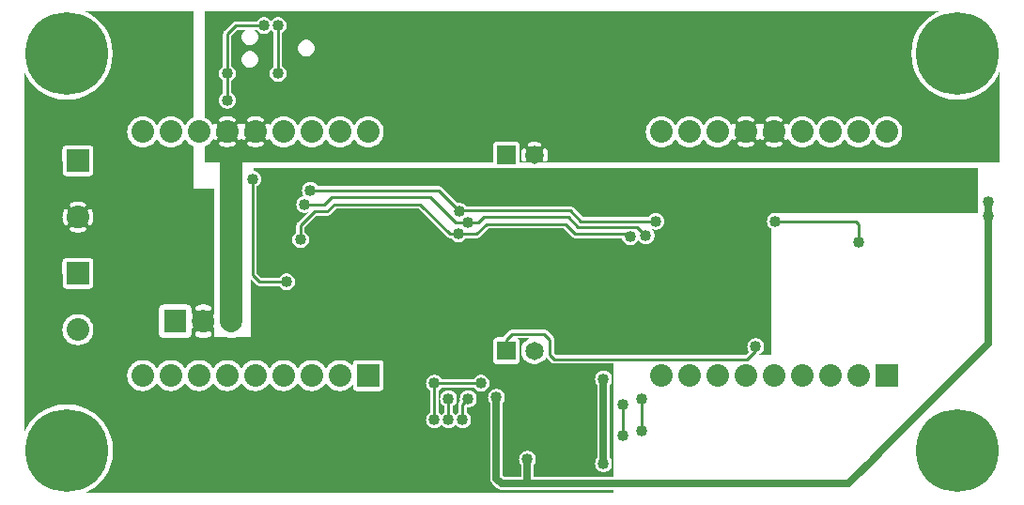
<source format=gbr>
G04 start of page 3 for group 1 idx 1 *
G04 Title: (unknown), solder *
G04 Creator: pcb 20140316 *
G04 CreationDate: Fri 02 Jun 2017 03:03:48 AM GMT UTC *
G04 For: railfan *
G04 Format: Gerber/RS-274X *
G04 PCB-Dimensions (mil): 3500.00 1750.00 *
G04 PCB-Coordinate-Origin: lower left *
%MOIN*%
%FSLAX25Y25*%
%LNBOTTOM*%
%ADD55C,0.0390*%
%ADD54C,0.0450*%
%ADD53C,0.0430*%
%ADD52C,0.0480*%
%ADD51C,0.1285*%
%ADD50C,0.0200*%
%ADD49C,0.0787*%
%ADD48C,0.0650*%
%ADD47C,0.2937*%
%ADD46C,0.0400*%
%ADD45C,0.0250*%
%ADD44C,0.0800*%
%ADD43C,0.0100*%
%ADD42C,0.0001*%
G54D42*G36*
X292490Y173000D02*X314000D01*
Y119500D01*
X292490D01*
Y127100D01*
X292916Y127795D01*
X293000Y127999D01*
X293084Y127795D01*
X293537Y127057D01*
X294099Y126399D01*
X294757Y125837D01*
X295495Y125384D01*
X296295Y125053D01*
X297137Y124851D01*
X298000Y124783D01*
X298863Y124851D01*
X299705Y125053D01*
X300505Y125384D01*
X301243Y125837D01*
X301901Y126399D01*
X302463Y127057D01*
X302916Y127795D01*
X303000Y127999D01*
X303084Y127795D01*
X303537Y127057D01*
X304099Y126399D01*
X304757Y125837D01*
X305495Y125384D01*
X306295Y125053D01*
X307137Y124851D01*
X308000Y124783D01*
X308863Y124851D01*
X309705Y125053D01*
X310505Y125384D01*
X311243Y125837D01*
X311901Y126399D01*
X312463Y127057D01*
X312916Y127795D01*
X313247Y128595D01*
X313449Y129437D01*
X313500Y130300D01*
X313449Y131163D01*
X313247Y132005D01*
X312916Y132805D01*
X312463Y133543D01*
X311901Y134201D01*
X311243Y134763D01*
X310505Y135216D01*
X309705Y135547D01*
X308863Y135749D01*
X308000Y135817D01*
X307137Y135749D01*
X306295Y135547D01*
X305495Y135216D01*
X304757Y134763D01*
X304099Y134201D01*
X303537Y133543D01*
X303084Y132805D01*
X303000Y132601D01*
X302916Y132805D01*
X302463Y133543D01*
X301901Y134201D01*
X301243Y134763D01*
X300505Y135216D01*
X299705Y135547D01*
X298863Y135749D01*
X298000Y135817D01*
X297137Y135749D01*
X296295Y135547D01*
X295495Y135216D01*
X294757Y134763D01*
X294099Y134201D01*
X293537Y133543D01*
X293084Y132805D01*
X293000Y132601D01*
X292916Y132805D01*
X292490Y133500D01*
Y173000D01*
G37*
G36*
X268002D02*X292490D01*
Y133500D01*
X292463Y133543D01*
X291901Y134201D01*
X291243Y134763D01*
X290505Y135216D01*
X289705Y135547D01*
X288863Y135749D01*
X288000Y135817D01*
X287137Y135749D01*
X286295Y135547D01*
X285495Y135216D01*
X284757Y134763D01*
X284099Y134201D01*
X283537Y133543D01*
X283084Y132805D01*
X283000Y132601D01*
X282916Y132805D01*
X282463Y133543D01*
X281901Y134201D01*
X281243Y134763D01*
X280505Y135216D01*
X279705Y135547D01*
X278863Y135749D01*
X278000Y135817D01*
X277137Y135749D01*
X276295Y135547D01*
X275495Y135216D01*
X274757Y134763D01*
X274099Y134201D01*
X273537Y133543D01*
X273084Y132805D01*
X272998Y132596D01*
X272910Y132792D01*
X272849Y132893D01*
X272772Y132984D01*
X272682Y133061D01*
X272580Y133123D01*
X272471Y133169D01*
X272355Y133197D01*
X272237Y133206D01*
X272119Y133197D01*
X272003Y133170D01*
X271893Y133124D01*
X271792Y133062D01*
X271702Y132986D01*
X271624Y132895D01*
X271562Y132794D01*
X271516Y132685D01*
X271489Y132569D01*
X271479Y132451D01*
X271488Y132332D01*
X271516Y132217D01*
X271563Y132108D01*
X271721Y131768D01*
X271842Y131412D01*
X271930Y131047D01*
X271982Y130675D01*
X272000Y130300D01*
X271982Y129925D01*
X271930Y129553D01*
X271842Y129188D01*
X271721Y128832D01*
X271567Y128490D01*
X271520Y128382D01*
X271493Y128267D01*
X271483Y128149D01*
X271493Y128032D01*
X271521Y127917D01*
X271566Y127808D01*
X271628Y127707D01*
X271705Y127618D01*
X271795Y127541D01*
X271895Y127480D01*
X272004Y127435D01*
X272119Y127407D01*
X272237Y127398D01*
X272355Y127408D01*
X272469Y127435D01*
X272578Y127481D01*
X272679Y127543D01*
X272769Y127619D01*
X272845Y127709D01*
X272905Y127811D01*
X272996Y128008D01*
X273084Y127795D01*
X273537Y127057D01*
X274099Y126399D01*
X274757Y125837D01*
X275495Y125384D01*
X276295Y125053D01*
X277137Y124851D01*
X278000Y124783D01*
X278863Y124851D01*
X279705Y125053D01*
X280505Y125384D01*
X281243Y125837D01*
X281901Y126399D01*
X282463Y127057D01*
X282916Y127795D01*
X283000Y127999D01*
X283084Y127795D01*
X283537Y127057D01*
X284099Y126399D01*
X284757Y125837D01*
X285495Y125384D01*
X286295Y125053D01*
X287137Y124851D01*
X288000Y124783D01*
X288863Y124851D01*
X289705Y125053D01*
X290505Y125384D01*
X291243Y125837D01*
X291901Y126399D01*
X292463Y127057D01*
X292490Y127100D01*
Y119500D01*
X268002D01*
Y124794D01*
X268516Y124818D01*
X269028Y124891D01*
X269531Y125011D01*
X270020Y125178D01*
X270492Y125390D01*
X270593Y125451D01*
X270684Y125528D01*
X270761Y125618D01*
X270823Y125720D01*
X270869Y125829D01*
X270897Y125945D01*
X270906Y126063D01*
X270897Y126181D01*
X270870Y126297D01*
X270824Y126407D01*
X270762Y126508D01*
X270686Y126598D01*
X270595Y126676D01*
X270494Y126738D01*
X270385Y126784D01*
X270269Y126811D01*
X270151Y126821D01*
X270032Y126812D01*
X269917Y126784D01*
X269808Y126737D01*
X269468Y126579D01*
X269112Y126458D01*
X268747Y126370D01*
X268375Y126318D01*
X268002Y126300D01*
Y134300D01*
X268375Y134282D01*
X268747Y134230D01*
X269112Y134142D01*
X269468Y134021D01*
X269810Y133867D01*
X269918Y133820D01*
X270033Y133793D01*
X270151Y133783D01*
X270268Y133793D01*
X270383Y133821D01*
X270492Y133866D01*
X270593Y133928D01*
X270682Y134005D01*
X270759Y134095D01*
X270820Y134195D01*
X270865Y134304D01*
X270893Y134419D01*
X270902Y134537D01*
X270892Y134655D01*
X270865Y134769D01*
X270819Y134878D01*
X270757Y134979D01*
X270681Y135069D01*
X270591Y135145D01*
X270489Y135205D01*
X270020Y135422D01*
X269531Y135589D01*
X269028Y135709D01*
X268516Y135782D01*
X268002Y135806D01*
Y173000D01*
G37*
G36*
X263000D02*X268002D01*
Y135806D01*
X268000Y135806D01*
X267484Y135782D01*
X266972Y135709D01*
X266469Y135589D01*
X265980Y135422D01*
X265508Y135210D01*
X265407Y135149D01*
X265316Y135072D01*
X265239Y134982D01*
X265177Y134880D01*
X265131Y134771D01*
X265103Y134655D01*
X265094Y134537D01*
X265103Y134419D01*
X265130Y134303D01*
X265176Y134193D01*
X265238Y134092D01*
X265314Y134002D01*
X265405Y133924D01*
X265506Y133862D01*
X265615Y133816D01*
X265731Y133789D01*
X265849Y133779D01*
X265968Y133788D01*
X266083Y133816D01*
X266192Y133863D01*
X266532Y134021D01*
X266888Y134142D01*
X267253Y134230D01*
X267625Y134282D01*
X268000Y134300D01*
X268002Y134300D01*
Y126300D01*
X268000Y126300D01*
X267625Y126318D01*
X267253Y126370D01*
X266888Y126458D01*
X266532Y126579D01*
X266190Y126733D01*
X266082Y126780D01*
X265967Y126807D01*
X265849Y126817D01*
X265732Y126807D01*
X265617Y126779D01*
X265508Y126734D01*
X265407Y126672D01*
X265318Y126595D01*
X265241Y126505D01*
X265180Y126405D01*
X265135Y126296D01*
X265107Y126181D01*
X265098Y126063D01*
X265108Y125945D01*
X265135Y125831D01*
X265181Y125722D01*
X265243Y125621D01*
X265319Y125531D01*
X265409Y125455D01*
X265511Y125395D01*
X265980Y125178D01*
X266469Y125011D01*
X266972Y124891D01*
X267484Y124818D01*
X268000Y124794D01*
X268002Y124794D01*
Y119500D01*
X263000D01*
Y128008D01*
X263090Y127808D01*
X263151Y127707D01*
X263228Y127616D01*
X263318Y127539D01*
X263420Y127477D01*
X263529Y127431D01*
X263645Y127403D01*
X263763Y127394D01*
X263881Y127403D01*
X263997Y127430D01*
X264107Y127476D01*
X264208Y127538D01*
X264298Y127614D01*
X264376Y127705D01*
X264438Y127806D01*
X264484Y127915D01*
X264511Y128031D01*
X264521Y128149D01*
X264512Y128268D01*
X264484Y128383D01*
X264437Y128492D01*
X264279Y128832D01*
X264158Y129188D01*
X264070Y129553D01*
X264018Y129925D01*
X264000Y130300D01*
X264018Y130675D01*
X264070Y131047D01*
X264158Y131412D01*
X264279Y131768D01*
X264433Y132110D01*
X264480Y132218D01*
X264507Y132333D01*
X264517Y132451D01*
X264507Y132568D01*
X264479Y132683D01*
X264434Y132792D01*
X264372Y132893D01*
X264295Y132982D01*
X264205Y133059D01*
X264105Y133120D01*
X263996Y133165D01*
X263881Y133193D01*
X263763Y133202D01*
X263645Y133192D01*
X263531Y133165D01*
X263422Y133119D01*
X263321Y133057D01*
X263231Y132981D01*
X263155Y132891D01*
X263095Y132789D01*
X263002Y132587D01*
X263000Y132592D01*
Y173000D01*
G37*
G36*
X258002D02*X263000D01*
Y132592D01*
X262910Y132792D01*
X262849Y132893D01*
X262772Y132984D01*
X262682Y133061D01*
X262580Y133123D01*
X262471Y133169D01*
X262355Y133197D01*
X262237Y133206D01*
X262119Y133197D01*
X262003Y133170D01*
X261893Y133124D01*
X261792Y133062D01*
X261702Y132986D01*
X261624Y132895D01*
X261562Y132794D01*
X261516Y132685D01*
X261489Y132569D01*
X261479Y132451D01*
X261488Y132332D01*
X261516Y132217D01*
X261563Y132108D01*
X261721Y131768D01*
X261842Y131412D01*
X261930Y131047D01*
X261982Y130675D01*
X262000Y130300D01*
X261982Y129925D01*
X261930Y129553D01*
X261842Y129188D01*
X261721Y128832D01*
X261567Y128490D01*
X261520Y128382D01*
X261493Y128267D01*
X261483Y128149D01*
X261493Y128032D01*
X261521Y127917D01*
X261566Y127808D01*
X261628Y127707D01*
X261705Y127618D01*
X261795Y127541D01*
X261895Y127480D01*
X262004Y127435D01*
X262119Y127407D01*
X262237Y127398D01*
X262355Y127408D01*
X262469Y127435D01*
X262578Y127481D01*
X262679Y127543D01*
X262769Y127619D01*
X262845Y127709D01*
X262905Y127811D01*
X262998Y128013D01*
X263000Y128008D01*
Y119500D01*
X258002D01*
Y124794D01*
X258516Y124818D01*
X259028Y124891D01*
X259531Y125011D01*
X260020Y125178D01*
X260492Y125390D01*
X260593Y125451D01*
X260684Y125528D01*
X260761Y125618D01*
X260823Y125720D01*
X260869Y125829D01*
X260897Y125945D01*
X260906Y126063D01*
X260897Y126181D01*
X260870Y126297D01*
X260824Y126407D01*
X260762Y126508D01*
X260686Y126598D01*
X260595Y126676D01*
X260494Y126738D01*
X260385Y126784D01*
X260269Y126811D01*
X260151Y126821D01*
X260032Y126812D01*
X259917Y126784D01*
X259808Y126737D01*
X259468Y126579D01*
X259112Y126458D01*
X258747Y126370D01*
X258375Y126318D01*
X258002Y126300D01*
Y134300D01*
X258375Y134282D01*
X258747Y134230D01*
X259112Y134142D01*
X259468Y134021D01*
X259810Y133867D01*
X259918Y133820D01*
X260033Y133793D01*
X260151Y133783D01*
X260268Y133793D01*
X260383Y133821D01*
X260492Y133866D01*
X260593Y133928D01*
X260682Y134005D01*
X260759Y134095D01*
X260820Y134195D01*
X260865Y134304D01*
X260893Y134419D01*
X260902Y134537D01*
X260892Y134655D01*
X260865Y134769D01*
X260819Y134878D01*
X260757Y134979D01*
X260681Y135069D01*
X260591Y135145D01*
X260489Y135205D01*
X260020Y135422D01*
X259531Y135589D01*
X259028Y135709D01*
X258516Y135782D01*
X258002Y135806D01*
Y173000D01*
G37*
G36*
X238502D02*X258002D01*
Y135806D01*
X258000Y135806D01*
X257484Y135782D01*
X256972Y135709D01*
X256469Y135589D01*
X255980Y135422D01*
X255508Y135210D01*
X255407Y135149D01*
X255316Y135072D01*
X255239Y134982D01*
X255177Y134880D01*
X255131Y134771D01*
X255103Y134655D01*
X255094Y134537D01*
X255103Y134419D01*
X255130Y134303D01*
X255176Y134193D01*
X255238Y134092D01*
X255314Y134002D01*
X255405Y133924D01*
X255506Y133862D01*
X255615Y133816D01*
X255731Y133789D01*
X255849Y133779D01*
X255968Y133788D01*
X256083Y133816D01*
X256192Y133863D01*
X256532Y134021D01*
X256888Y134142D01*
X257253Y134230D01*
X257625Y134282D01*
X258000Y134300D01*
X258002Y134300D01*
Y126300D01*
X258000Y126300D01*
X257625Y126318D01*
X257253Y126370D01*
X256888Y126458D01*
X256532Y126579D01*
X256190Y126733D01*
X256082Y126780D01*
X255967Y126807D01*
X255849Y126817D01*
X255732Y126807D01*
X255617Y126779D01*
X255508Y126734D01*
X255407Y126672D01*
X255318Y126595D01*
X255241Y126505D01*
X255180Y126405D01*
X255135Y126296D01*
X255107Y126181D01*
X255098Y126063D01*
X255108Y125945D01*
X255135Y125831D01*
X255181Y125722D01*
X255243Y125621D01*
X255319Y125531D01*
X255409Y125455D01*
X255511Y125395D01*
X255980Y125178D01*
X256469Y125011D01*
X256972Y124891D01*
X257484Y124818D01*
X258000Y124794D01*
X258002Y124794D01*
Y119500D01*
X238502D01*
Y124823D01*
X238863Y124851D01*
X239705Y125053D01*
X240505Y125384D01*
X241243Y125837D01*
X241901Y126399D01*
X242463Y127057D01*
X242916Y127795D01*
X243000Y127999D01*
X243084Y127795D01*
X243537Y127057D01*
X244099Y126399D01*
X244757Y125837D01*
X245495Y125384D01*
X246295Y125053D01*
X247137Y124851D01*
X248000Y124783D01*
X248863Y124851D01*
X249705Y125053D01*
X250505Y125384D01*
X251243Y125837D01*
X251901Y126399D01*
X252463Y127057D01*
X252916Y127795D01*
X253002Y128004D01*
X253090Y127808D01*
X253151Y127707D01*
X253228Y127616D01*
X253318Y127539D01*
X253420Y127477D01*
X253529Y127431D01*
X253645Y127403D01*
X253763Y127394D01*
X253881Y127403D01*
X253997Y127430D01*
X254107Y127476D01*
X254208Y127538D01*
X254298Y127614D01*
X254376Y127705D01*
X254438Y127806D01*
X254484Y127915D01*
X254511Y128031D01*
X254521Y128149D01*
X254512Y128268D01*
X254484Y128383D01*
X254437Y128492D01*
X254279Y128832D01*
X254158Y129188D01*
X254070Y129553D01*
X254018Y129925D01*
X254000Y130300D01*
X254018Y130675D01*
X254070Y131047D01*
X254158Y131412D01*
X254279Y131768D01*
X254433Y132110D01*
X254480Y132218D01*
X254507Y132333D01*
X254517Y132451D01*
X254507Y132568D01*
X254479Y132683D01*
X254434Y132792D01*
X254372Y132893D01*
X254295Y132982D01*
X254205Y133059D01*
X254105Y133120D01*
X253996Y133165D01*
X253881Y133193D01*
X253763Y133202D01*
X253645Y133192D01*
X253531Y133165D01*
X253422Y133119D01*
X253321Y133057D01*
X253231Y132981D01*
X253155Y132891D01*
X253095Y132789D01*
X253004Y132592D01*
X252916Y132805D01*
X252463Y133543D01*
X251901Y134201D01*
X251243Y134763D01*
X250505Y135216D01*
X249705Y135547D01*
X248863Y135749D01*
X248000Y135817D01*
X247137Y135749D01*
X246295Y135547D01*
X245495Y135216D01*
X244757Y134763D01*
X244099Y134201D01*
X243537Y133543D01*
X243084Y132805D01*
X243000Y132601D01*
X242916Y132805D01*
X242463Y133543D01*
X241901Y134201D01*
X241243Y134763D01*
X240505Y135216D01*
X239705Y135547D01*
X238863Y135749D01*
X238502Y135777D01*
Y173000D01*
G37*
G36*
X186832D02*X238502D01*
Y135777D01*
X238000Y135817D01*
X237137Y135749D01*
X236295Y135547D01*
X235495Y135216D01*
X234757Y134763D01*
X234099Y134201D01*
X233537Y133543D01*
X233084Y132805D01*
X233000Y132601D01*
X232916Y132805D01*
X232463Y133543D01*
X231901Y134201D01*
X231243Y134763D01*
X230505Y135216D01*
X229705Y135547D01*
X228863Y135749D01*
X228000Y135817D01*
X227137Y135749D01*
X226295Y135547D01*
X225495Y135216D01*
X224757Y134763D01*
X224099Y134201D01*
X223537Y133543D01*
X223084Y132805D01*
X222753Y132005D01*
X222551Y131163D01*
X222483Y130300D01*
X222551Y129437D01*
X222753Y128595D01*
X223084Y127795D01*
X223537Y127057D01*
X224099Y126399D01*
X224757Y125837D01*
X225495Y125384D01*
X226295Y125053D01*
X227137Y124851D01*
X228000Y124783D01*
X228863Y124851D01*
X229705Y125053D01*
X230505Y125384D01*
X231243Y125837D01*
X231901Y126399D01*
X232463Y127057D01*
X232916Y127795D01*
X233000Y127999D01*
X233084Y127795D01*
X233537Y127057D01*
X234099Y126399D01*
X234757Y125837D01*
X235495Y125384D01*
X236295Y125053D01*
X237137Y124851D01*
X238000Y124783D01*
X238502Y124823D01*
Y119500D01*
X186832D01*
Y119670D01*
X186943Y119704D01*
X187050Y119756D01*
X187146Y119823D01*
X187231Y119905D01*
X187302Y120000D01*
X187356Y120105D01*
X187515Y120508D01*
X187632Y120925D01*
X187711Y121352D01*
X187750Y121783D01*
Y122217D01*
X187711Y122648D01*
X187632Y123075D01*
X187515Y123492D01*
X187360Y123897D01*
X187305Y124002D01*
X187234Y124097D01*
X187148Y124179D01*
X187051Y124247D01*
X186945Y124299D01*
X186832Y124334D01*
Y173000D01*
G37*
G36*
X182998D02*X186832D01*
Y124334D01*
X186831Y124334D01*
X186714Y124350D01*
X186595Y124348D01*
X186478Y124327D01*
X186366Y124289D01*
X186262Y124233D01*
X186167Y124162D01*
X186085Y124076D01*
X186017Y123979D01*
X185965Y123873D01*
X185930Y123759D01*
X185914Y123642D01*
X185916Y123523D01*
X185936Y123407D01*
X185977Y123295D01*
X186086Y123020D01*
X186166Y122735D01*
X186220Y122443D01*
X186247Y122148D01*
Y121852D01*
X186220Y121557D01*
X186166Y121265D01*
X186086Y120980D01*
X185980Y120703D01*
X185940Y120593D01*
X185919Y120476D01*
X185917Y120358D01*
X185933Y120241D01*
X185968Y120129D01*
X186020Y120022D01*
X186087Y119926D01*
X186169Y119841D01*
X186263Y119770D01*
X186368Y119714D01*
X186479Y119676D01*
X186596Y119655D01*
X186714Y119653D01*
X186830Y119670D01*
X186832Y119670D01*
Y119500D01*
X182998D01*
Y125247D01*
X183148D01*
X183443Y125220D01*
X183735Y125166D01*
X184020Y125086D01*
X184297Y124980D01*
X184407Y124940D01*
X184524Y124919D01*
X184642Y124917D01*
X184759Y124933D01*
X184871Y124968D01*
X184978Y125020D01*
X185074Y125087D01*
X185159Y125169D01*
X185230Y125263D01*
X185286Y125368D01*
X185324Y125479D01*
X185345Y125596D01*
X185347Y125714D01*
X185330Y125830D01*
X185296Y125943D01*
X185244Y126050D01*
X185177Y126146D01*
X185095Y126231D01*
X185000Y126302D01*
X184895Y126356D01*
X184492Y126515D01*
X184075Y126632D01*
X183648Y126711D01*
X183217Y126750D01*
X182998D01*
Y173000D01*
G37*
G36*
X179168D02*X182998D01*
Y126750D01*
X182783D01*
X182352Y126711D01*
X181925Y126632D01*
X181508Y126515D01*
X181103Y126360D01*
X180998Y126305D01*
X180903Y126234D01*
X180821Y126148D01*
X180753Y126051D01*
X180701Y125945D01*
X180666Y125831D01*
X180650Y125714D01*
X180652Y125595D01*
X180673Y125478D01*
X180711Y125366D01*
X180767Y125262D01*
X180838Y125167D01*
X180924Y125085D01*
X181021Y125017D01*
X181127Y124965D01*
X181241Y124930D01*
X181358Y124914D01*
X181477Y124916D01*
X181593Y124936D01*
X181705Y124977D01*
X181980Y125086D01*
X182265Y125166D01*
X182557Y125220D01*
X182852Y125247D01*
X182998D01*
Y119500D01*
X179168D01*
Y119666D01*
X179169Y119666D01*
X179286Y119650D01*
X179405Y119652D01*
X179522Y119673D01*
X179634Y119711D01*
X179738Y119767D01*
X179833Y119838D01*
X179915Y119924D01*
X179983Y120021D01*
X180035Y120127D01*
X180070Y120241D01*
X180086Y120358D01*
X180084Y120477D01*
X180064Y120594D01*
X180023Y120705D01*
X179914Y120980D01*
X179834Y121265D01*
X179780Y121557D01*
X179753Y121852D01*
Y122148D01*
X179780Y122443D01*
X179834Y122735D01*
X179914Y123020D01*
X180020Y123297D01*
X180060Y123407D01*
X180081Y123524D01*
X180083Y123642D01*
X180067Y123759D01*
X180032Y123871D01*
X179980Y123978D01*
X179913Y124074D01*
X179831Y124159D01*
X179737Y124230D01*
X179632Y124286D01*
X179521Y124324D01*
X179404Y124345D01*
X179286Y124347D01*
X179170Y124330D01*
X179168Y124330D01*
Y173000D01*
G37*
G36*
X101995D02*X179168D01*
Y124330D01*
X179057Y124296D01*
X178950Y124244D01*
X178854Y124177D01*
X178769Y124095D01*
X178698Y124000D01*
X178644Y123895D01*
X178485Y123492D01*
X178368Y123075D01*
X178289Y122648D01*
X178250Y122217D01*
Y121783D01*
X178289Y121352D01*
X178368Y120925D01*
X178485Y120508D01*
X178640Y120103D01*
X178695Y119998D01*
X178766Y119903D01*
X178852Y119821D01*
X178949Y119753D01*
X179055Y119701D01*
X179168Y119666D01*
Y119500D01*
X177748D01*
X177736Y125485D01*
X177681Y125715D01*
X177591Y125933D01*
X177467Y126134D01*
X177314Y126314D01*
X177134Y126467D01*
X176933Y126591D01*
X176715Y126681D01*
X176485Y126736D01*
X176250Y126750D01*
X169515Y126736D01*
X169285Y126681D01*
X169067Y126591D01*
X168866Y126467D01*
X168686Y126314D01*
X168533Y126134D01*
X168409Y125933D01*
X168319Y125715D01*
X168264Y125485D01*
X168250Y125250D01*
X168262Y119500D01*
X101995D01*
Y125177D01*
X102295Y125053D01*
X103137Y124851D01*
X104000Y124783D01*
X104863Y124851D01*
X105705Y125053D01*
X106505Y125384D01*
X107243Y125837D01*
X107901Y126399D01*
X108463Y127057D01*
X108916Y127795D01*
X109000Y127999D01*
X109084Y127795D01*
X109537Y127057D01*
X110099Y126399D01*
X110757Y125837D01*
X111495Y125384D01*
X112295Y125053D01*
X113137Y124851D01*
X114000Y124783D01*
X114863Y124851D01*
X115705Y125053D01*
X116505Y125384D01*
X117243Y125837D01*
X117901Y126399D01*
X118463Y127057D01*
X118916Y127795D01*
X119000Y127999D01*
X119084Y127795D01*
X119537Y127057D01*
X120099Y126399D01*
X120757Y125837D01*
X121495Y125384D01*
X122295Y125053D01*
X123137Y124851D01*
X124000Y124783D01*
X124863Y124851D01*
X125705Y125053D01*
X126505Y125384D01*
X127243Y125837D01*
X127901Y126399D01*
X128463Y127057D01*
X128916Y127795D01*
X129247Y128595D01*
X129449Y129437D01*
X129500Y130300D01*
X129449Y131163D01*
X129247Y132005D01*
X128916Y132805D01*
X128463Y133543D01*
X127901Y134201D01*
X127243Y134763D01*
X126505Y135216D01*
X125705Y135547D01*
X124863Y135749D01*
X124000Y135817D01*
X123137Y135749D01*
X122295Y135547D01*
X121495Y135216D01*
X120757Y134763D01*
X120099Y134201D01*
X119537Y133543D01*
X119084Y132805D01*
X119000Y132601D01*
X118916Y132805D01*
X118463Y133543D01*
X117901Y134201D01*
X117243Y134763D01*
X116505Y135216D01*
X115705Y135547D01*
X114863Y135749D01*
X114000Y135817D01*
X113137Y135749D01*
X112295Y135547D01*
X111495Y135216D01*
X110757Y134763D01*
X110099Y134201D01*
X109537Y133543D01*
X109084Y132805D01*
X109000Y132601D01*
X108916Y132805D01*
X108463Y133543D01*
X107901Y134201D01*
X107243Y134763D01*
X106505Y135216D01*
X105705Y135547D01*
X104863Y135749D01*
X104000Y135817D01*
X103137Y135749D01*
X102295Y135547D01*
X101995Y135423D01*
Y157041D01*
X102000Y157041D01*
X102463Y157077D01*
X102914Y157186D01*
X103343Y157363D01*
X103739Y157606D01*
X104092Y157908D01*
X104394Y158261D01*
X104637Y158657D01*
X104814Y159086D01*
X104923Y159537D01*
X104950Y160000D01*
X104923Y160463D01*
X104814Y160914D01*
X104637Y161343D01*
X104394Y161739D01*
X104092Y162092D01*
X103739Y162394D01*
X103343Y162637D01*
X102914Y162814D01*
X102463Y162923D01*
X102000Y162959D01*
X101995Y162959D01*
Y173000D01*
G37*
G36*
X82995D02*X101995D01*
Y162959D01*
X101537Y162923D01*
X101086Y162814D01*
X100657Y162637D01*
X100261Y162394D01*
X99908Y162092D01*
X99606Y161739D01*
X99363Y161343D01*
X99186Y160914D01*
X99077Y160463D01*
X99041Y160000D01*
X99077Y159537D01*
X99186Y159086D01*
X99363Y158657D01*
X99606Y158261D01*
X99908Y157908D01*
X100261Y157606D01*
X100657Y157363D01*
X101086Y157186D01*
X101537Y157077D01*
X101995Y157041D01*
Y135423D01*
X101495Y135216D01*
X100757Y134763D01*
X100099Y134201D01*
X99537Y133543D01*
X99084Y132805D01*
X99000Y132601D01*
X98916Y132805D01*
X98463Y133543D01*
X97901Y134201D01*
X97243Y134763D01*
X96505Y135216D01*
X95705Y135547D01*
X94863Y135749D01*
X94000Y135817D01*
X93137Y135749D01*
X92295Y135547D01*
X91495Y135216D01*
X90757Y134763D01*
X90099Y134201D01*
X89537Y133543D01*
X89084Y132805D01*
X88998Y132596D01*
X88910Y132792D01*
X88849Y132893D01*
X88772Y132984D01*
X88682Y133061D01*
X88580Y133123D01*
X88471Y133169D01*
X88355Y133197D01*
X88237Y133206D01*
X88119Y133197D01*
X88003Y133170D01*
X87893Y133124D01*
X87792Y133062D01*
X87702Y132986D01*
X87624Y132895D01*
X87562Y132794D01*
X87516Y132685D01*
X87489Y132569D01*
X87479Y132451D01*
X87488Y132332D01*
X87516Y132217D01*
X87563Y132108D01*
X87721Y131768D01*
X87842Y131412D01*
X87930Y131047D01*
X87982Y130675D01*
X88000Y130300D01*
X87982Y129925D01*
X87930Y129553D01*
X87842Y129188D01*
X87721Y128832D01*
X87567Y128490D01*
X87520Y128382D01*
X87493Y128267D01*
X87483Y128149D01*
X87493Y128032D01*
X87521Y127917D01*
X87566Y127808D01*
X87628Y127707D01*
X87705Y127618D01*
X87795Y127541D01*
X87895Y127480D01*
X88004Y127435D01*
X88119Y127407D01*
X88237Y127398D01*
X88355Y127408D01*
X88469Y127435D01*
X88578Y127481D01*
X88679Y127543D01*
X88769Y127619D01*
X88845Y127709D01*
X88905Y127811D01*
X88996Y128008D01*
X89084Y127795D01*
X89537Y127057D01*
X90099Y126399D01*
X90757Y125837D01*
X91495Y125384D01*
X92295Y125053D01*
X93137Y124851D01*
X94000Y124783D01*
X94863Y124851D01*
X95705Y125053D01*
X96505Y125384D01*
X97243Y125837D01*
X97901Y126399D01*
X98463Y127057D01*
X98916Y127795D01*
X99000Y127999D01*
X99084Y127795D01*
X99537Y127057D01*
X100099Y126399D01*
X100757Y125837D01*
X101495Y125384D01*
X101995Y125177D01*
Y119500D01*
X82995D01*
Y124887D01*
X83484Y124818D01*
X84000Y124794D01*
X84516Y124818D01*
X85028Y124891D01*
X85531Y125011D01*
X86020Y125178D01*
X86492Y125390D01*
X86593Y125451D01*
X86684Y125528D01*
X86761Y125618D01*
X86823Y125720D01*
X86869Y125829D01*
X86897Y125945D01*
X86906Y126063D01*
X86897Y126181D01*
X86870Y126297D01*
X86824Y126407D01*
X86762Y126508D01*
X86686Y126598D01*
X86595Y126676D01*
X86494Y126738D01*
X86385Y126784D01*
X86269Y126811D01*
X86151Y126821D01*
X86032Y126812D01*
X85917Y126784D01*
X85808Y126737D01*
X85468Y126579D01*
X85112Y126458D01*
X84747Y126370D01*
X84375Y126318D01*
X84000Y126300D01*
X83625Y126318D01*
X83253Y126370D01*
X82995Y126432D01*
Y134168D01*
X83253Y134230D01*
X83625Y134282D01*
X84000Y134300D01*
X84375Y134282D01*
X84747Y134230D01*
X85112Y134142D01*
X85468Y134021D01*
X85810Y133867D01*
X85918Y133820D01*
X86033Y133793D01*
X86151Y133783D01*
X86268Y133793D01*
X86383Y133821D01*
X86492Y133866D01*
X86593Y133928D01*
X86682Y134005D01*
X86759Y134095D01*
X86820Y134195D01*
X86865Y134304D01*
X86893Y134419D01*
X86902Y134537D01*
X86892Y134655D01*
X86865Y134769D01*
X86819Y134878D01*
X86757Y134979D01*
X86681Y135069D01*
X86591Y135145D01*
X86489Y135205D01*
X86020Y135422D01*
X85531Y135589D01*
X85028Y135709D01*
X84516Y135782D01*
X84000Y135806D01*
X83484Y135782D01*
X82995Y135713D01*
Y153219D01*
X83343Y153363D01*
X83739Y153606D01*
X84092Y153908D01*
X84394Y154261D01*
X84637Y154657D01*
X84814Y155086D01*
X84923Y155537D01*
X84950Y156000D01*
X84923Y156463D01*
X84814Y156914D01*
X84637Y157343D01*
X84394Y157739D01*
X84092Y158092D01*
X83739Y158394D01*
X83343Y158637D01*
X82995Y158781D01*
Y161219D01*
X83343Y161363D01*
X83739Y161606D01*
X84092Y161908D01*
X84394Y162261D01*
X84637Y162657D01*
X84814Y163086D01*
X84923Y163537D01*
X84950Y164000D01*
X84923Y164463D01*
X84814Y164914D01*
X84637Y165343D01*
X84394Y165739D01*
X84092Y166092D01*
X83739Y166394D01*
X83566Y166500D01*
X84401D01*
X84565Y166231D01*
X84872Y165872D01*
X85231Y165565D01*
X85634Y165319D01*
X86070Y165138D01*
X86529Y165028D01*
X87000Y164991D01*
X87471Y165028D01*
X87930Y165138D01*
X88366Y165319D01*
X88769Y165565D01*
X89128Y165872D01*
X89435Y166231D01*
X89500Y166338D01*
X89565Y166231D01*
X89872Y165872D01*
X90231Y165565D01*
X90500Y165401D01*
Y153599D01*
X90231Y153435D01*
X89872Y153128D01*
X89565Y152769D01*
X89319Y152366D01*
X89138Y151930D01*
X89028Y151471D01*
X88991Y151000D01*
X89028Y150529D01*
X89138Y150070D01*
X89319Y149634D01*
X89565Y149231D01*
X89872Y148872D01*
X90231Y148565D01*
X90634Y148319D01*
X91070Y148138D01*
X91529Y148028D01*
X92000Y147991D01*
X92471Y148028D01*
X92930Y148138D01*
X93366Y148319D01*
X93769Y148565D01*
X94128Y148872D01*
X94435Y149231D01*
X94681Y149634D01*
X94862Y150070D01*
X94972Y150529D01*
X95000Y151000D01*
X94972Y151471D01*
X94862Y151930D01*
X94681Y152366D01*
X94435Y152769D01*
X94128Y153128D01*
X93769Y153435D01*
X93500Y153599D01*
Y165401D01*
X93769Y165565D01*
X94128Y165872D01*
X94435Y166231D01*
X94681Y166634D01*
X94862Y167070D01*
X94972Y167529D01*
X95000Y168000D01*
X94972Y168471D01*
X94862Y168930D01*
X94681Y169366D01*
X94435Y169769D01*
X94128Y170128D01*
X93769Y170435D01*
X93366Y170681D01*
X92930Y170862D01*
X92471Y170972D01*
X92000Y171009D01*
X91529Y170972D01*
X91070Y170862D01*
X90634Y170681D01*
X90231Y170435D01*
X89872Y170128D01*
X89565Y169769D01*
X89500Y169662D01*
X89435Y169769D01*
X89128Y170128D01*
X88769Y170435D01*
X88366Y170681D01*
X87930Y170862D01*
X87471Y170972D01*
X87000Y171009D01*
X86529Y170972D01*
X86070Y170862D01*
X85634Y170681D01*
X85231Y170435D01*
X84872Y170128D01*
X84565Y169769D01*
X84401Y169500D01*
X82995D01*
Y173000D01*
G37*
G36*
X79000Y166500D02*X80434D01*
X80261Y166394D01*
X79908Y166092D01*
X79606Y165739D01*
X79363Y165343D01*
X79186Y164914D01*
X79077Y164463D01*
X79041Y164000D01*
X79077Y163537D01*
X79186Y163086D01*
X79363Y162657D01*
X79606Y162261D01*
X79908Y161908D01*
X80261Y161606D01*
X80657Y161363D01*
X81086Y161186D01*
X81537Y161077D01*
X82000Y161041D01*
X82463Y161077D01*
X82914Y161186D01*
X82995Y161219D01*
Y158781D01*
X82914Y158814D01*
X82463Y158923D01*
X82000Y158959D01*
X81537Y158923D01*
X81086Y158814D01*
X80657Y158637D01*
X80261Y158394D01*
X79908Y158092D01*
X79606Y157739D01*
X79363Y157343D01*
X79186Y156914D01*
X79077Y156463D01*
X79041Y156000D01*
X79077Y155537D01*
X79186Y155086D01*
X79363Y154657D01*
X79606Y154261D01*
X79908Y153908D01*
X80261Y153606D01*
X80657Y153363D01*
X81086Y153186D01*
X81537Y153077D01*
X82000Y153041D01*
X82463Y153077D01*
X82914Y153186D01*
X82995Y153219D01*
Y135713D01*
X82972Y135709D01*
X82469Y135589D01*
X81980Y135422D01*
X81508Y135210D01*
X81407Y135149D01*
X81316Y135072D01*
X81239Y134982D01*
X81177Y134880D01*
X81131Y134771D01*
X81103Y134655D01*
X81094Y134537D01*
X81103Y134419D01*
X81130Y134303D01*
X81176Y134193D01*
X81238Y134092D01*
X81314Y134002D01*
X81405Y133924D01*
X81506Y133862D01*
X81615Y133816D01*
X81731Y133789D01*
X81849Y133779D01*
X81968Y133788D01*
X82083Y133816D01*
X82192Y133863D01*
X82532Y134021D01*
X82888Y134142D01*
X82995Y134168D01*
Y126432D01*
X82888Y126458D01*
X82532Y126579D01*
X82190Y126733D01*
X82082Y126780D01*
X81967Y126807D01*
X81849Y126817D01*
X81732Y126807D01*
X81617Y126779D01*
X81508Y126734D01*
X81407Y126672D01*
X81318Y126595D01*
X81241Y126505D01*
X81180Y126405D01*
X81135Y126296D01*
X81107Y126181D01*
X81098Y126063D01*
X81108Y125945D01*
X81135Y125831D01*
X81181Y125722D01*
X81243Y125621D01*
X81319Y125531D01*
X81409Y125455D01*
X81511Y125395D01*
X81980Y125178D01*
X82469Y125011D01*
X82972Y124891D01*
X82995Y124887D01*
Y119500D01*
X79000D01*
Y128008D01*
X79090Y127808D01*
X79151Y127707D01*
X79228Y127616D01*
X79318Y127539D01*
X79420Y127477D01*
X79529Y127431D01*
X79645Y127403D01*
X79763Y127394D01*
X79881Y127403D01*
X79997Y127430D01*
X80107Y127476D01*
X80208Y127538D01*
X80298Y127614D01*
X80376Y127705D01*
X80438Y127806D01*
X80484Y127915D01*
X80511Y128031D01*
X80521Y128149D01*
X80512Y128268D01*
X80484Y128383D01*
X80437Y128492D01*
X80279Y128832D01*
X80158Y129188D01*
X80070Y129553D01*
X80018Y129925D01*
X80000Y130300D01*
X80018Y130675D01*
X80070Y131047D01*
X80158Y131412D01*
X80279Y131768D01*
X80433Y132110D01*
X80480Y132218D01*
X80507Y132333D01*
X80517Y132451D01*
X80507Y132568D01*
X80479Y132683D01*
X80434Y132792D01*
X80372Y132893D01*
X80295Y132982D01*
X80205Y133059D01*
X80105Y133120D01*
X79996Y133165D01*
X79881Y133193D01*
X79763Y133202D01*
X79645Y133192D01*
X79531Y133165D01*
X79422Y133119D01*
X79321Y133057D01*
X79231Y132981D01*
X79155Y132891D01*
X79095Y132789D01*
X79002Y132587D01*
X79000Y132592D01*
Y166500D01*
G37*
G36*
Y173000D02*X82995D01*
Y169500D01*
X79000D01*
Y173000D01*
G37*
G36*
X74002Y138491D02*X74471Y138528D01*
X74930Y138638D01*
X75366Y138819D01*
X75769Y139065D01*
X76128Y139372D01*
X76435Y139731D01*
X76681Y140134D01*
X76862Y140570D01*
X76972Y141029D01*
X77000Y141500D01*
X76972Y141971D01*
X76862Y142430D01*
X76681Y142866D01*
X76435Y143269D01*
X76128Y143628D01*
X75769Y143935D01*
X75500Y144099D01*
Y148401D01*
X75769Y148565D01*
X76128Y148872D01*
X76435Y149231D01*
X76681Y149634D01*
X76862Y150070D01*
X76972Y150529D01*
X77000Y151000D01*
X76972Y151471D01*
X76862Y151930D01*
X76681Y152366D01*
X76435Y152769D01*
X76128Y153128D01*
X75769Y153435D01*
X75500Y153599D01*
Y164379D01*
X77621Y166500D01*
X79000D01*
Y132592D01*
X78910Y132792D01*
X78849Y132893D01*
X78772Y132984D01*
X78682Y133061D01*
X78580Y133123D01*
X78471Y133169D01*
X78355Y133197D01*
X78237Y133206D01*
X78119Y133197D01*
X78003Y133170D01*
X77893Y133124D01*
X77792Y133062D01*
X77702Y132986D01*
X77624Y132895D01*
X77562Y132794D01*
X77516Y132685D01*
X77489Y132569D01*
X77479Y132451D01*
X77488Y132332D01*
X77516Y132217D01*
X77563Y132108D01*
X77721Y131768D01*
X77842Y131412D01*
X77930Y131047D01*
X77982Y130675D01*
X78000Y130300D01*
X77982Y129925D01*
X77930Y129553D01*
X77842Y129188D01*
X77721Y128832D01*
X77567Y128490D01*
X77520Y128382D01*
X77493Y128267D01*
X77483Y128149D01*
X77493Y128032D01*
X77521Y127917D01*
X77566Y127808D01*
X77628Y127707D01*
X77705Y127618D01*
X77795Y127541D01*
X77895Y127480D01*
X78004Y127435D01*
X78119Y127407D01*
X78237Y127398D01*
X78355Y127408D01*
X78469Y127435D01*
X78578Y127481D01*
X78679Y127543D01*
X78769Y127619D01*
X78845Y127709D01*
X78905Y127811D01*
X78998Y128013D01*
X79000Y128008D01*
Y119500D01*
X74002D01*
Y124794D01*
X74516Y124818D01*
X75028Y124891D01*
X75531Y125011D01*
X76020Y125178D01*
X76492Y125390D01*
X76593Y125451D01*
X76684Y125528D01*
X76761Y125618D01*
X76823Y125720D01*
X76869Y125829D01*
X76897Y125945D01*
X76906Y126063D01*
X76897Y126181D01*
X76870Y126297D01*
X76824Y126407D01*
X76762Y126508D01*
X76686Y126598D01*
X76595Y126676D01*
X76494Y126738D01*
X76385Y126784D01*
X76269Y126811D01*
X76151Y126821D01*
X76032Y126812D01*
X75917Y126784D01*
X75808Y126737D01*
X75468Y126579D01*
X75112Y126458D01*
X74747Y126370D01*
X74375Y126318D01*
X74002Y126300D01*
Y134300D01*
X74375Y134282D01*
X74747Y134230D01*
X75112Y134142D01*
X75468Y134021D01*
X75810Y133867D01*
X75918Y133820D01*
X76033Y133793D01*
X76151Y133783D01*
X76268Y133793D01*
X76383Y133821D01*
X76492Y133866D01*
X76593Y133928D01*
X76682Y134005D01*
X76759Y134095D01*
X76820Y134195D01*
X76865Y134304D01*
X76893Y134419D01*
X76902Y134537D01*
X76892Y134655D01*
X76865Y134769D01*
X76819Y134878D01*
X76757Y134979D01*
X76681Y135069D01*
X76591Y135145D01*
X76489Y135205D01*
X76020Y135422D01*
X75531Y135589D01*
X75028Y135709D01*
X74516Y135782D01*
X74002Y135806D01*
Y138491D01*
G37*
G36*
Y173000D02*X79000D01*
Y169500D01*
X77059D01*
X77000Y169505D01*
X76765Y169486D01*
X76535Y169431D01*
X76317Y169341D01*
X76116Y169217D01*
X76115Y169217D01*
X75936Y169064D01*
X75898Y169019D01*
X74002Y167124D01*
Y173000D01*
G37*
G36*
X66000D02*X74002D01*
Y167124D01*
X72981Y166102D01*
X72936Y166064D01*
X72783Y165884D01*
X72659Y165683D01*
X72569Y165465D01*
X72514Y165235D01*
X72514Y165235D01*
X72495Y165000D01*
X72500Y164941D01*
Y153599D01*
X72231Y153435D01*
X71872Y153128D01*
X71565Y152769D01*
X71319Y152366D01*
X71138Y151930D01*
X71028Y151471D01*
X70991Y151000D01*
X71028Y150529D01*
X71138Y150070D01*
X71319Y149634D01*
X71565Y149231D01*
X71872Y148872D01*
X72231Y148565D01*
X72500Y148401D01*
Y144099D01*
X72231Y143935D01*
X71872Y143628D01*
X71565Y143269D01*
X71319Y142866D01*
X71138Y142430D01*
X71028Y141971D01*
X70991Y141500D01*
X71028Y141029D01*
X71138Y140570D01*
X71319Y140134D01*
X71565Y139731D01*
X71872Y139372D01*
X72231Y139065D01*
X72634Y138819D01*
X73070Y138638D01*
X73529Y138528D01*
X74000Y138491D01*
X74002Y138491D01*
Y135806D01*
X74000Y135806D01*
X73484Y135782D01*
X72972Y135709D01*
X72469Y135589D01*
X71980Y135422D01*
X71508Y135210D01*
X71407Y135149D01*
X71316Y135072D01*
X71239Y134982D01*
X71177Y134880D01*
X71131Y134771D01*
X71103Y134655D01*
X71094Y134537D01*
X71103Y134419D01*
X71130Y134303D01*
X71176Y134193D01*
X71238Y134092D01*
X71314Y134002D01*
X71405Y133924D01*
X71506Y133862D01*
X71615Y133816D01*
X71731Y133789D01*
X71849Y133779D01*
X71968Y133788D01*
X72083Y133816D01*
X72192Y133863D01*
X72532Y134021D01*
X72888Y134142D01*
X73253Y134230D01*
X73625Y134282D01*
X74000Y134300D01*
X74002Y134300D01*
Y126300D01*
X74000Y126300D01*
X73625Y126318D01*
X73253Y126370D01*
X72888Y126458D01*
X72532Y126579D01*
X72190Y126733D01*
X72082Y126780D01*
X71967Y126807D01*
X71849Y126817D01*
X71732Y126807D01*
X71617Y126779D01*
X71508Y126734D01*
X71407Y126672D01*
X71318Y126595D01*
X71241Y126505D01*
X71180Y126405D01*
X71135Y126296D01*
X71107Y126181D01*
X71098Y126063D01*
X71108Y125945D01*
X71135Y125831D01*
X71181Y125722D01*
X71243Y125621D01*
X71319Y125531D01*
X71409Y125455D01*
X71511Y125395D01*
X71980Y125178D01*
X72469Y125011D01*
X72972Y124891D01*
X73484Y124818D01*
X74000Y124794D01*
X74002Y124794D01*
Y119500D01*
X66000D01*
Y125175D01*
X66505Y125384D01*
X67243Y125837D01*
X67901Y126399D01*
X68463Y127057D01*
X68916Y127795D01*
X69002Y128004D01*
X69090Y127808D01*
X69151Y127707D01*
X69228Y127616D01*
X69318Y127539D01*
X69420Y127477D01*
X69529Y127431D01*
X69645Y127403D01*
X69763Y127394D01*
X69881Y127403D01*
X69997Y127430D01*
X70107Y127476D01*
X70208Y127538D01*
X70298Y127614D01*
X70376Y127705D01*
X70438Y127806D01*
X70484Y127915D01*
X70511Y128031D01*
X70521Y128149D01*
X70512Y128268D01*
X70484Y128383D01*
X70437Y128492D01*
X70279Y128832D01*
X70158Y129188D01*
X70070Y129553D01*
X70018Y129925D01*
X70000Y130300D01*
X70018Y130675D01*
X70070Y131047D01*
X70158Y131412D01*
X70279Y131768D01*
X70433Y132110D01*
X70480Y132218D01*
X70507Y132333D01*
X70517Y132451D01*
X70507Y132568D01*
X70479Y132683D01*
X70434Y132792D01*
X70372Y132893D01*
X70295Y132982D01*
X70205Y133059D01*
X70105Y133120D01*
X69996Y133165D01*
X69881Y133193D01*
X69763Y133202D01*
X69645Y133192D01*
X69531Y133165D01*
X69422Y133119D01*
X69321Y133057D01*
X69231Y132981D01*
X69155Y132891D01*
X69095Y132789D01*
X69004Y132592D01*
X68916Y132805D01*
X68463Y133543D01*
X67901Y134201D01*
X67243Y134763D01*
X66505Y135216D01*
X66000Y135425D01*
Y173000D01*
G37*
G36*
X88000Y74000D02*X94882D01*
X95000Y73991D01*
X95118Y74000D01*
X138500D01*
Y50000D01*
X88000D01*
Y74000D01*
G37*
G36*
X83992Y57500D02*X138500D01*
Y2000D01*
X83992D01*
Y38184D01*
X84000Y38183D01*
X84863Y38251D01*
X85705Y38453D01*
X86505Y38784D01*
X87243Y39237D01*
X87901Y39799D01*
X88463Y40457D01*
X88916Y41195D01*
X89000Y41399D01*
X89084Y41195D01*
X89537Y40457D01*
X90099Y39799D01*
X90757Y39237D01*
X91495Y38784D01*
X92295Y38453D01*
X93137Y38251D01*
X94000Y38183D01*
X94863Y38251D01*
X95705Y38453D01*
X96505Y38784D01*
X97243Y39237D01*
X97901Y39799D01*
X98463Y40457D01*
X98916Y41195D01*
X99000Y41399D01*
X99084Y41195D01*
X99537Y40457D01*
X100099Y39799D01*
X100757Y39237D01*
X101495Y38784D01*
X102295Y38453D01*
X103137Y38251D01*
X104000Y38183D01*
X104863Y38251D01*
X105705Y38453D01*
X106505Y38784D01*
X107243Y39237D01*
X107901Y39799D01*
X108463Y40457D01*
X108916Y41195D01*
X109000Y41399D01*
X109084Y41195D01*
X109537Y40457D01*
X110099Y39799D01*
X110757Y39237D01*
X111495Y38784D01*
X112295Y38453D01*
X113137Y38251D01*
X114000Y38183D01*
X114863Y38251D01*
X115705Y38453D01*
X116505Y38784D01*
X117243Y39237D01*
X117901Y39799D01*
X118463Y40457D01*
X118512Y40537D01*
X118514Y39465D01*
X118569Y39235D01*
X118659Y39017D01*
X118783Y38816D01*
X118936Y38636D01*
X119116Y38483D01*
X119317Y38359D01*
X119535Y38269D01*
X119765Y38214D01*
X120000Y38200D01*
X128235Y38214D01*
X128465Y38269D01*
X128683Y38359D01*
X128884Y38483D01*
X129064Y38636D01*
X129217Y38816D01*
X129341Y39017D01*
X129431Y39235D01*
X129486Y39465D01*
X129500Y39700D01*
X129486Y47935D01*
X129431Y48165D01*
X129341Y48383D01*
X129217Y48584D01*
X129064Y48764D01*
X128884Y48917D01*
X128683Y49041D01*
X128465Y49131D01*
X128235Y49186D01*
X128000Y49200D01*
X119765Y49186D01*
X119535Y49131D01*
X119317Y49041D01*
X119116Y48917D01*
X118936Y48764D01*
X118783Y48584D01*
X118659Y48383D01*
X118569Y48165D01*
X118514Y47935D01*
X118500Y47700D01*
X118501Y46881D01*
X118463Y46943D01*
X117901Y47601D01*
X117243Y48163D01*
X116505Y48616D01*
X115705Y48947D01*
X114863Y49149D01*
X114000Y49217D01*
X113137Y49149D01*
X112295Y48947D01*
X111495Y48616D01*
X110757Y48163D01*
X110099Y47601D01*
X109537Y46943D01*
X109084Y46205D01*
X109000Y46001D01*
X108916Y46205D01*
X108463Y46943D01*
X107901Y47601D01*
X107243Y48163D01*
X106505Y48616D01*
X105705Y48947D01*
X104863Y49149D01*
X104000Y49217D01*
X103137Y49149D01*
X102295Y48947D01*
X101495Y48616D01*
X100757Y48163D01*
X100099Y47601D01*
X99537Y46943D01*
X99084Y46205D01*
X99000Y46001D01*
X98916Y46205D01*
X98463Y46943D01*
X97901Y47601D01*
X97243Y48163D01*
X96505Y48616D01*
X95705Y48947D01*
X94863Y49149D01*
X94000Y49217D01*
X93137Y49149D01*
X92295Y48947D01*
X91495Y48616D01*
X90757Y48163D01*
X90099Y47601D01*
X89537Y46943D01*
X89084Y46205D01*
X89000Y46001D01*
X88916Y46205D01*
X88463Y46943D01*
X87901Y47601D01*
X87243Y48163D01*
X86505Y48616D01*
X85705Y48947D01*
X84863Y49149D01*
X84000Y49217D01*
X83992Y49216D01*
Y57500D01*
G37*
G36*
X38000D02*X50314D01*
X50384Y57440D01*
X50652Y57275D01*
X50943Y57155D01*
X51249Y57082D01*
X51563Y57063D01*
X59751Y57082D01*
X60057Y57155D01*
X60348Y57275D01*
X60616Y57440D01*
X60686Y57500D01*
X63269D01*
X63296Y57487D01*
X63828Y57296D01*
X64377Y57163D01*
X64936Y57083D01*
X65500Y57056D01*
X66064Y57083D01*
X66623Y57163D01*
X67172Y57296D01*
X67706Y57481D01*
X67745Y57500D01*
X73264D01*
X73660Y57336D01*
X74568Y57118D01*
X75500Y57045D01*
X76432Y57118D01*
X77340Y57336D01*
X77736Y57500D01*
X83992D01*
Y49216D01*
X83137Y49149D01*
X82295Y48947D01*
X81495Y48616D01*
X80757Y48163D01*
X80099Y47601D01*
X79537Y46943D01*
X79084Y46205D01*
X79000Y46001D01*
X78916Y46205D01*
X78463Y46943D01*
X77901Y47601D01*
X77243Y48163D01*
X76505Y48616D01*
X75705Y48947D01*
X74863Y49149D01*
X74000Y49217D01*
X73137Y49149D01*
X72295Y48947D01*
X71495Y48616D01*
X70757Y48163D01*
X70099Y47601D01*
X69537Y46943D01*
X69084Y46205D01*
X69000Y46001D01*
X68916Y46205D01*
X68463Y46943D01*
X67901Y47601D01*
X67243Y48163D01*
X66505Y48616D01*
X65705Y48947D01*
X64863Y49149D01*
X64000Y49217D01*
X63137Y49149D01*
X62295Y48947D01*
X61495Y48616D01*
X60757Y48163D01*
X60099Y47601D01*
X59537Y46943D01*
X59084Y46205D01*
X59000Y46001D01*
X58916Y46205D01*
X58463Y46943D01*
X57901Y47601D01*
X57243Y48163D01*
X56505Y48616D01*
X55705Y48947D01*
X54863Y49149D01*
X54000Y49217D01*
X53137Y49149D01*
X52295Y48947D01*
X51495Y48616D01*
X50757Y48163D01*
X50099Y47601D01*
X49537Y46943D01*
X49084Y46205D01*
X49000Y46001D01*
X48916Y46205D01*
X48463Y46943D01*
X47901Y47601D01*
X47243Y48163D01*
X46505Y48616D01*
X45705Y48947D01*
X44863Y49149D01*
X44000Y49217D01*
X43137Y49149D01*
X42295Y48947D01*
X41495Y48616D01*
X40757Y48163D01*
X40099Y47601D01*
X39537Y46943D01*
X39084Y46205D01*
X38753Y45405D01*
X38551Y44563D01*
X38483Y43700D01*
X38551Y42837D01*
X38753Y41995D01*
X39084Y41195D01*
X39537Y40457D01*
X40099Y39799D01*
X40757Y39237D01*
X41495Y38784D01*
X42295Y38453D01*
X43137Y38251D01*
X44000Y38183D01*
X44863Y38251D01*
X45705Y38453D01*
X46505Y38784D01*
X47243Y39237D01*
X47901Y39799D01*
X48463Y40457D01*
X48916Y41195D01*
X49000Y41399D01*
X49084Y41195D01*
X49537Y40457D01*
X50099Y39799D01*
X50757Y39237D01*
X51495Y38784D01*
X52295Y38453D01*
X53137Y38251D01*
X54000Y38183D01*
X54863Y38251D01*
X55705Y38453D01*
X56505Y38784D01*
X57243Y39237D01*
X57901Y39799D01*
X58463Y40457D01*
X58916Y41195D01*
X59000Y41399D01*
X59084Y41195D01*
X59537Y40457D01*
X60099Y39799D01*
X60757Y39237D01*
X61495Y38784D01*
X62295Y38453D01*
X63137Y38251D01*
X64000Y38183D01*
X64863Y38251D01*
X65705Y38453D01*
X66505Y38784D01*
X67243Y39237D01*
X67901Y39799D01*
X68463Y40457D01*
X68916Y41195D01*
X69000Y41399D01*
X69084Y41195D01*
X69537Y40457D01*
X70099Y39799D01*
X70757Y39237D01*
X71495Y38784D01*
X72295Y38453D01*
X73137Y38251D01*
X74000Y38183D01*
X74863Y38251D01*
X75705Y38453D01*
X76505Y38784D01*
X77243Y39237D01*
X77901Y39799D01*
X78463Y40457D01*
X78916Y41195D01*
X79000Y41399D01*
X79084Y41195D01*
X79537Y40457D01*
X80099Y39799D01*
X80757Y39237D01*
X81495Y38784D01*
X82295Y38453D01*
X83137Y38251D01*
X83992Y38184D01*
Y2000D01*
X38000D01*
Y57500D01*
G37*
G36*
X40000Y2000D02*X25493D01*
Y2989D01*
X26660Y3704D01*
X28621Y5379D01*
X30296Y7340D01*
X31643Y9539D01*
X32630Y11921D01*
X33232Y14429D01*
X33384Y17000D01*
X33232Y19571D01*
X32630Y22079D01*
X31643Y24461D01*
X30296Y26660D01*
X28621Y28621D01*
X26660Y30296D01*
X25493Y31011D01*
Y56805D01*
X25916Y57495D01*
X26247Y58295D01*
X26449Y59137D01*
X26500Y60000D01*
X26449Y60863D01*
X26247Y61705D01*
X25916Y62505D01*
X25493Y63195D01*
Y74580D01*
X25683Y74659D01*
X25884Y74783D01*
X26064Y74936D01*
X26217Y75116D01*
X26341Y75317D01*
X26431Y75535D01*
X26486Y75765D01*
X26500Y76000D01*
X26486Y84235D01*
X26431Y84465D01*
X26341Y84683D01*
X26217Y84884D01*
X26064Y85064D01*
X25884Y85217D01*
X25683Y85341D01*
X25493Y85420D01*
Y97145D01*
X25578Y97181D01*
X25679Y97243D01*
X25769Y97319D01*
X25845Y97409D01*
X25905Y97511D01*
X26122Y97980D01*
X26289Y98469D01*
X26409Y98972D01*
X26482Y99484D01*
X26506Y100000D01*
X26482Y100516D01*
X26409Y101028D01*
X26289Y101531D01*
X26122Y102020D01*
X25910Y102492D01*
X25849Y102593D01*
X25772Y102684D01*
X25682Y102761D01*
X25580Y102823D01*
X25493Y102860D01*
Y114580D01*
X25683Y114659D01*
X25884Y114783D01*
X26064Y114936D01*
X26217Y115116D01*
X26341Y115317D01*
X26431Y115535D01*
X26486Y115765D01*
X26500Y116000D01*
X26486Y124235D01*
X26431Y124465D01*
X26341Y124683D01*
X26217Y124884D01*
X26064Y125064D01*
X25884Y125217D01*
X25683Y125341D01*
X25493Y125420D01*
Y144106D01*
X26601Y144785D01*
X28550Y146450D01*
X30215Y148399D01*
X31554Y150584D01*
X32535Y152952D01*
X33133Y155445D01*
X33284Y158000D01*
X33133Y160555D01*
X32535Y163048D01*
X31554Y165416D01*
X30215Y167601D01*
X28550Y169550D01*
X26601Y171215D01*
X25493Y171894D01*
Y173000D01*
X40000D01*
Y134085D01*
X39537Y133543D01*
X39084Y132805D01*
X38753Y132005D01*
X38551Y131163D01*
X38483Y130300D01*
X38551Y129437D01*
X38753Y128595D01*
X39084Y127795D01*
X39537Y127057D01*
X40000Y126515D01*
Y47485D01*
X39537Y46943D01*
X39084Y46205D01*
X38753Y45405D01*
X38551Y44563D01*
X38483Y43700D01*
X38551Y42837D01*
X38753Y41995D01*
X39084Y41195D01*
X39537Y40457D01*
X40000Y39915D01*
Y2000D01*
G37*
G36*
X25493Y171894D02*X24416Y172554D01*
X23339Y173000D01*
X25493D01*
Y171894D01*
G37*
G36*
Y125420D02*X25465Y125431D01*
X25235Y125486D01*
X25000Y125500D01*
X21000Y125493D01*
Y142214D01*
X22048Y142465D01*
X24416Y143446D01*
X25493Y144106D01*
Y125420D01*
G37*
G36*
Y85420D02*X25465Y85431D01*
X25235Y85486D01*
X25000Y85500D01*
X21000Y85493D01*
Y94494D01*
X21516Y94518D01*
X22028Y94591D01*
X22531Y94711D01*
X23020Y94878D01*
X23492Y95090D01*
X23593Y95151D01*
X23684Y95228D01*
X23761Y95318D01*
X23823Y95420D01*
X23869Y95529D01*
X23897Y95645D01*
X23906Y95763D01*
X23897Y95881D01*
X23870Y95997D01*
X23824Y96107D01*
X23762Y96208D01*
X23686Y96298D01*
X23595Y96376D01*
X23494Y96438D01*
X23385Y96484D01*
X23269Y96511D01*
X23151Y96521D01*
X23032Y96512D01*
X22917Y96484D01*
X22808Y96437D01*
X22468Y96279D01*
X22112Y96158D01*
X21747Y96070D01*
X21375Y96018D01*
X21000Y96000D01*
Y104000D01*
X21375Y103982D01*
X21747Y103930D01*
X22112Y103842D01*
X22468Y103721D01*
X22810Y103567D01*
X22918Y103520D01*
X23033Y103493D01*
X23151Y103483D01*
X23268Y103493D01*
X23383Y103521D01*
X23492Y103566D01*
X23593Y103628D01*
X23682Y103705D01*
X23759Y103795D01*
X23820Y103895D01*
X23865Y104004D01*
X23893Y104119D01*
X23902Y104237D01*
X23892Y104355D01*
X23865Y104469D01*
X23819Y104578D01*
X23757Y104679D01*
X23681Y104769D01*
X23591Y104845D01*
X23489Y104905D01*
X23020Y105122D01*
X22531Y105289D01*
X22028Y105409D01*
X21516Y105482D01*
X21000Y105506D01*
Y114507D01*
X25235Y114514D01*
X25465Y114569D01*
X25493Y114580D01*
Y102860D01*
X25471Y102869D01*
X25355Y102897D01*
X25237Y102906D01*
X25119Y102897D01*
X25003Y102870D01*
X24893Y102824D01*
X24792Y102762D01*
X24702Y102686D01*
X24624Y102595D01*
X24562Y102494D01*
X24516Y102385D01*
X24489Y102269D01*
X24479Y102151D01*
X24488Y102032D01*
X24516Y101917D01*
X24563Y101808D01*
X24721Y101468D01*
X24842Y101112D01*
X24930Y100747D01*
X24982Y100375D01*
X25000Y100000D01*
X24982Y99625D01*
X24930Y99253D01*
X24842Y98888D01*
X24721Y98532D01*
X24567Y98190D01*
X24520Y98082D01*
X24493Y97967D01*
X24483Y97849D01*
X24493Y97732D01*
X24521Y97617D01*
X24566Y97508D01*
X24628Y97407D01*
X24705Y97318D01*
X24795Y97241D01*
X24895Y97180D01*
X25004Y97135D01*
X25119Y97107D01*
X25237Y97098D01*
X25355Y97108D01*
X25469Y97135D01*
X25493Y97145D01*
Y85420D01*
G37*
G36*
Y63195D02*X25463Y63243D01*
X24901Y63901D01*
X24243Y64463D01*
X23505Y64916D01*
X22705Y65247D01*
X21863Y65449D01*
X21000Y65517D01*
Y74507D01*
X25235Y74514D01*
X25465Y74569D01*
X25493Y74580D01*
Y63195D01*
G37*
G36*
Y31011D02*X24461Y31643D01*
X22079Y32630D01*
X21000Y32889D01*
Y54483D01*
X21863Y54551D01*
X22705Y54753D01*
X23505Y55084D01*
X24243Y55537D01*
X24901Y56099D01*
X25463Y56757D01*
X25493Y56805D01*
Y31011D01*
G37*
G36*
Y2000D02*X23600D01*
X24461Y2357D01*
X25493Y2989D01*
Y2000D01*
G37*
G36*
X16507Y74580D02*X16535Y74569D01*
X16765Y74514D01*
X17000Y74500D01*
X21000Y74507D01*
Y65517D01*
X20137Y65449D01*
X19295Y65247D01*
X18495Y64916D01*
X17757Y64463D01*
X17099Y63901D01*
X16537Y63243D01*
X16507Y63195D01*
Y74580D01*
G37*
G36*
Y114580D02*X16535Y114569D01*
X16765Y114514D01*
X17000Y114500D01*
X21000Y114507D01*
Y105506D01*
X21000D01*
X20484Y105482D01*
X19972Y105409D01*
X19469Y105289D01*
X18980Y105122D01*
X18508Y104910D01*
X18407Y104849D01*
X18316Y104772D01*
X18239Y104682D01*
X18177Y104580D01*
X18131Y104471D01*
X18103Y104355D01*
X18094Y104237D01*
X18103Y104119D01*
X18130Y104003D01*
X18176Y103893D01*
X18238Y103792D01*
X18314Y103702D01*
X18405Y103624D01*
X18506Y103562D01*
X18615Y103516D01*
X18731Y103489D01*
X18849Y103479D01*
X18968Y103488D01*
X19083Y103516D01*
X19192Y103563D01*
X19532Y103721D01*
X19888Y103842D01*
X20253Y103930D01*
X20625Y103982D01*
X21000Y104000D01*
Y96000D01*
X20625Y96018D01*
X20253Y96070D01*
X19888Y96158D01*
X19532Y96279D01*
X19190Y96433D01*
X19082Y96480D01*
X18967Y96507D01*
X18849Y96517D01*
X18732Y96507D01*
X18617Y96479D01*
X18508Y96434D01*
X18407Y96372D01*
X18318Y96295D01*
X18241Y96205D01*
X18180Y96105D01*
X18135Y95996D01*
X18107Y95881D01*
X18098Y95763D01*
X18108Y95645D01*
X18135Y95531D01*
X18181Y95422D01*
X18243Y95321D01*
X18319Y95231D01*
X18409Y95155D01*
X18511Y95095D01*
X18980Y94878D01*
X19469Y94711D01*
X19972Y94591D01*
X20484Y94518D01*
X21000Y94494D01*
X21000D01*
Y85493D01*
X16765Y85486D01*
X16535Y85431D01*
X16507Y85420D01*
Y97140D01*
X16529Y97131D01*
X16645Y97103D01*
X16763Y97094D01*
X16881Y97103D01*
X16997Y97130D01*
X17107Y97176D01*
X17208Y97238D01*
X17298Y97314D01*
X17376Y97405D01*
X17438Y97506D01*
X17484Y97615D01*
X17511Y97731D01*
X17521Y97849D01*
X17512Y97968D01*
X17484Y98083D01*
X17437Y98192D01*
X17279Y98532D01*
X17158Y98888D01*
X17070Y99253D01*
X17018Y99625D01*
X17000Y100000D01*
X17018Y100375D01*
X17070Y100747D01*
X17158Y101112D01*
X17279Y101468D01*
X17433Y101810D01*
X17480Y101918D01*
X17507Y102033D01*
X17517Y102151D01*
X17507Y102268D01*
X17479Y102383D01*
X17434Y102492D01*
X17372Y102593D01*
X17295Y102682D01*
X17205Y102759D01*
X17105Y102820D01*
X16996Y102865D01*
X16881Y102893D01*
X16763Y102902D01*
X16645Y102892D01*
X16531Y102865D01*
X16507Y102855D01*
Y114580D01*
G37*
G36*
Y141705D02*X17000Y141666D01*
X19555Y141867D01*
X21000Y142214D01*
Y125493D01*
X16765Y125486D01*
X16535Y125431D01*
X16507Y125420D01*
Y141705D01*
G37*
G36*
X21000Y32889D02*X19571Y33232D01*
X17000Y33435D01*
X16507Y33396D01*
Y56805D01*
X16537Y56757D01*
X17099Y56099D01*
X17757Y55537D01*
X18495Y55084D01*
X19295Y54753D01*
X20137Y54551D01*
X21000Y54483D01*
Y32889D01*
G37*
G36*
X16507Y33396D02*X14429Y33232D01*
X11921Y32630D01*
X9539Y31643D01*
X7340Y30296D01*
X5379Y28621D01*
X3704Y26660D01*
X2357Y24461D01*
X2000Y23600D01*
Y151661D01*
X2446Y150584D01*
X3785Y148399D01*
X5450Y146450D01*
X7399Y144785D01*
X9584Y143446D01*
X11952Y142465D01*
X14445Y141867D01*
X16507Y141705D01*
Y125420D01*
X16317Y125341D01*
X16116Y125217D01*
X15936Y125064D01*
X15783Y124884D01*
X15659Y124683D01*
X15569Y124465D01*
X15514Y124235D01*
X15500Y124000D01*
X15514Y115765D01*
X15569Y115535D01*
X15659Y115317D01*
X15783Y115116D01*
X15936Y114936D01*
X16116Y114783D01*
X16317Y114659D01*
X16507Y114580D01*
Y102855D01*
X16422Y102819D01*
X16321Y102757D01*
X16231Y102681D01*
X16155Y102591D01*
X16095Y102489D01*
X15878Y102020D01*
X15711Y101531D01*
X15591Y101028D01*
X15518Y100516D01*
X15494Y100000D01*
X15518Y99484D01*
X15591Y98972D01*
X15711Y98469D01*
X15878Y97980D01*
X16090Y97508D01*
X16151Y97407D01*
X16228Y97316D01*
X16318Y97239D01*
X16420Y97177D01*
X16507Y97140D01*
Y85420D01*
X16317Y85341D01*
X16116Y85217D01*
X15936Y85064D01*
X15783Y84884D01*
X15659Y84683D01*
X15569Y84465D01*
X15514Y84235D01*
X15500Y84000D01*
X15514Y75765D01*
X15569Y75535D01*
X15659Y75317D01*
X15783Y75116D01*
X15936Y74936D01*
X16116Y74783D01*
X16317Y74659D01*
X16507Y74580D01*
Y63195D01*
X16084Y62505D01*
X15753Y61705D01*
X15551Y60863D01*
X15483Y60000D01*
X15551Y59137D01*
X15753Y58295D01*
X16084Y57495D01*
X16507Y56805D01*
Y33396D01*
G37*
G36*
X36000Y173000D02*X62157D01*
Y135490D01*
X61495Y135216D01*
X60757Y134763D01*
X60099Y134201D01*
X59537Y133543D01*
X59084Y132805D01*
X59000Y132601D01*
X58916Y132805D01*
X58463Y133543D01*
X57901Y134201D01*
X57243Y134763D01*
X56505Y135216D01*
X55705Y135547D01*
X54863Y135749D01*
X54000Y135817D01*
X53137Y135749D01*
X52295Y135547D01*
X51495Y135216D01*
X50757Y134763D01*
X50099Y134201D01*
X49537Y133543D01*
X49084Y132805D01*
X49000Y132601D01*
X48916Y132805D01*
X48463Y133543D01*
X47901Y134201D01*
X47243Y134763D01*
X46505Y135216D01*
X45705Y135547D01*
X44863Y135749D01*
X44000Y135817D01*
X43137Y135749D01*
X42295Y135547D01*
X41495Y135216D01*
X40757Y134763D01*
X40099Y134201D01*
X39537Y133543D01*
X39084Y132805D01*
X38753Y132005D01*
X38551Y131163D01*
X38483Y130300D01*
X38551Y129437D01*
X38753Y128595D01*
X39084Y127795D01*
X39537Y127057D01*
X40099Y126399D01*
X40757Y125837D01*
X41495Y125384D01*
X42295Y125053D01*
X43137Y124851D01*
X44000Y124783D01*
X44863Y124851D01*
X45705Y125053D01*
X46505Y125384D01*
X47243Y125837D01*
X47901Y126399D01*
X48463Y127057D01*
X48916Y127795D01*
X49000Y127999D01*
X49084Y127795D01*
X49537Y127057D01*
X50099Y126399D01*
X50757Y125837D01*
X51495Y125384D01*
X52295Y125053D01*
X53137Y124851D01*
X54000Y124783D01*
X54863Y124851D01*
X55705Y125053D01*
X56505Y125384D01*
X57243Y125837D01*
X57901Y126399D01*
X58463Y127057D01*
X58916Y127795D01*
X59000Y127999D01*
X59084Y127795D01*
X59537Y127057D01*
X60099Y126399D01*
X60757Y125837D01*
X61495Y125384D01*
X62157Y125110D01*
Y104500D01*
X36000D01*
Y173000D01*
G37*
G36*
X69500Y53500D02*X65502D01*
Y57056D01*
X66064Y57083D01*
X66623Y57163D01*
X67172Y57296D01*
X67706Y57481D01*
X67848Y57550D01*
X67977Y57642D01*
X68091Y57752D01*
X68185Y57879D01*
X68259Y58019D01*
X68309Y58168D01*
X68336Y58324D01*
X68338Y58482D01*
X68315Y58639D01*
X68268Y58790D01*
X68198Y58931D01*
X68107Y59061D01*
X67996Y59174D01*
X67870Y59268D01*
X67730Y59342D01*
X67580Y59392D01*
X67424Y59419D01*
X67266Y59421D01*
X67110Y59398D01*
X66960Y59348D01*
X66608Y59222D01*
X66244Y59134D01*
X65874Y59081D01*
X65502Y59063D01*
Y66937D01*
X65874Y66919D01*
X66244Y66866D01*
X66608Y66778D01*
X66961Y66656D01*
X67111Y66606D01*
X67266Y66583D01*
X67424Y66585D01*
X67579Y66612D01*
X67728Y66662D01*
X67867Y66736D01*
X67993Y66830D01*
X68103Y66942D01*
X68194Y67071D01*
X68264Y67212D01*
X68311Y67362D01*
X68333Y67518D01*
X68332Y67675D01*
X68305Y67831D01*
X68254Y67980D01*
X68181Y68119D01*
X68087Y68245D01*
X67975Y68355D01*
X67846Y68446D01*
X67704Y68513D01*
X67172Y68704D01*
X66623Y68837D01*
X66064Y68917D01*
X65502Y68944D01*
Y110000D01*
X69500D01*
Y65650D01*
X69439Y65607D01*
X69326Y65496D01*
X69232Y65370D01*
X69158Y65230D01*
X69108Y65080D01*
X69081Y64924D01*
X69079Y64766D01*
X69102Y64610D01*
X69152Y64460D01*
X69278Y64108D01*
X69366Y63744D01*
X69419Y63374D01*
X69437Y63000D01*
X69419Y62626D01*
X69366Y62256D01*
X69278Y61892D01*
X69156Y61539D01*
X69106Y61389D01*
X69083Y61234D01*
X69085Y61076D01*
X69112Y60921D01*
X69162Y60772D01*
X69236Y60633D01*
X69330Y60507D01*
X69442Y60397D01*
X69500Y60356D01*
Y53500D01*
G37*
G36*
X65502D02*X55742D01*
Y57072D01*
X59751Y57082D01*
X60057Y57155D01*
X60348Y57275D01*
X60616Y57440D01*
X60856Y57644D01*
X61060Y57884D01*
X61225Y58152D01*
X61345Y58443D01*
X61418Y58749D01*
X61437Y59063D01*
X61434Y60304D01*
X61561Y60393D01*
X61674Y60504D01*
X61768Y60630D01*
X61842Y60770D01*
X61892Y60920D01*
X61919Y61076D01*
X61921Y61234D01*
X61898Y61390D01*
X61848Y61540D01*
X61722Y61892D01*
X61634Y62256D01*
X61581Y62626D01*
X61563Y63000D01*
X61581Y63374D01*
X61634Y63744D01*
X61722Y64108D01*
X61844Y64461D01*
X61894Y64611D01*
X61917Y64766D01*
X61915Y64924D01*
X61888Y65079D01*
X61838Y65228D01*
X61764Y65367D01*
X61670Y65493D01*
X61558Y65603D01*
X61429Y65694D01*
X61422Y65698D01*
X61418Y67251D01*
X61345Y67557D01*
X61225Y67848D01*
X61060Y68116D01*
X60856Y68356D01*
X60616Y68560D01*
X60348Y68725D01*
X60057Y68845D01*
X59751Y68918D01*
X59437Y68937D01*
X55742Y68929D01*
Y110000D01*
X65502D01*
Y68944D01*
X65500Y68944D01*
X64936Y68917D01*
X64377Y68837D01*
X63828Y68704D01*
X63294Y68519D01*
X63152Y68450D01*
X63023Y68358D01*
X62909Y68248D01*
X62815Y68121D01*
X62741Y67981D01*
X62691Y67832D01*
X62664Y67676D01*
X62662Y67518D01*
X62685Y67361D01*
X62732Y67210D01*
X62802Y67069D01*
X62893Y66939D01*
X63004Y66826D01*
X63130Y66732D01*
X63270Y66658D01*
X63420Y66608D01*
X63576Y66581D01*
X63734Y66579D01*
X63890Y66602D01*
X64040Y66652D01*
X64392Y66778D01*
X64756Y66866D01*
X65126Y66919D01*
X65500Y66937D01*
X65502Y66937D01*
Y59063D01*
X65500Y59063D01*
X65126Y59081D01*
X64756Y59134D01*
X64392Y59222D01*
X64039Y59344D01*
X63889Y59394D01*
X63734Y59417D01*
X63576Y59415D01*
X63421Y59388D01*
X63272Y59338D01*
X63133Y59264D01*
X63007Y59170D01*
X62897Y59058D01*
X62806Y58929D01*
X62736Y58788D01*
X62689Y58638D01*
X62667Y58482D01*
X62668Y58325D01*
X62695Y58169D01*
X62746Y58020D01*
X62819Y57881D01*
X62913Y57755D01*
X63025Y57645D01*
X63154Y57554D01*
X63296Y57487D01*
X63828Y57296D01*
X64377Y57163D01*
X64936Y57083D01*
X65500Y57056D01*
X65502Y57056D01*
Y53500D01*
G37*
G36*
X55742D02*X31500D01*
Y110000D01*
X55742D01*
Y68929D01*
X51249Y68918D01*
X50943Y68845D01*
X50652Y68725D01*
X50384Y68560D01*
X50144Y68356D01*
X49940Y68116D01*
X49775Y67848D01*
X49655Y67557D01*
X49582Y67251D01*
X49563Y66937D01*
X49582Y58749D01*
X49655Y58443D01*
X49775Y58152D01*
X49940Y57884D01*
X50144Y57644D01*
X50384Y57440D01*
X50652Y57275D01*
X50943Y57155D01*
X51249Y57082D01*
X51563Y57063D01*
X55742Y57072D01*
Y53500D01*
G37*
G36*
X84500Y105000D02*X98535D01*
X98528Y104971D01*
X98491Y104500D01*
X98528Y104029D01*
X98638Y103570D01*
X98819Y103134D01*
X99065Y102731D01*
X99372Y102372D01*
X99731Y102065D01*
X100134Y101819D01*
X100570Y101638D01*
X101029Y101528D01*
X101500Y101491D01*
X101971Y101528D01*
X102430Y101638D01*
X102578Y101699D01*
X98981Y98102D01*
X98936Y98064D01*
X98783Y97884D01*
X98659Y97683D01*
X98569Y97465D01*
X98514Y97235D01*
X98514Y97235D01*
X98495Y97000D01*
X98500Y96941D01*
Y94599D01*
X98231Y94435D01*
X97872Y94128D01*
X97565Y93769D01*
X97319Y93366D01*
X97138Y92930D01*
X97028Y92471D01*
X96991Y92000D01*
X97028Y91529D01*
X97138Y91070D01*
X97319Y90634D01*
X97565Y90231D01*
X97872Y89872D01*
X98231Y89565D01*
X98634Y89319D01*
X99070Y89138D01*
X99529Y89028D01*
X100000Y88991D01*
X100471Y89028D01*
X100930Y89138D01*
X101366Y89319D01*
X101769Y89565D01*
X102128Y89872D01*
X102435Y90231D01*
X102681Y90634D01*
X102862Y91070D01*
X102972Y91529D01*
X103000Y92000D01*
X102972Y92471D01*
X102862Y92930D01*
X102681Y93366D01*
X102435Y93769D01*
X102128Y94128D01*
X101769Y94435D01*
X101500Y94599D01*
Y96379D01*
X105621Y100500D01*
X109441D01*
X109500Y100495D01*
X109735Y100514D01*
X109735Y100514D01*
X109965Y100569D01*
X110183Y100659D01*
X110384Y100783D01*
X110564Y100936D01*
X110602Y100981D01*
X112621Y103000D01*
X138500D01*
Y43500D01*
X129494D01*
X129486Y47935D01*
X129431Y48165D01*
X129341Y48383D01*
X129217Y48584D01*
X129064Y48764D01*
X128884Y48917D01*
X128683Y49041D01*
X128465Y49131D01*
X128235Y49186D01*
X128000Y49200D01*
X119765Y49186D01*
X119535Y49131D01*
X119317Y49041D01*
X119116Y48917D01*
X118936Y48764D01*
X118783Y48584D01*
X118659Y48383D01*
X118569Y48165D01*
X118514Y47935D01*
X118500Y47700D01*
X118501Y46881D01*
X118463Y46943D01*
X117901Y47601D01*
X117243Y48163D01*
X116505Y48616D01*
X115705Y48947D01*
X114863Y49149D01*
X114000Y49217D01*
X113137Y49149D01*
X112295Y48947D01*
X111495Y48616D01*
X110757Y48163D01*
X110099Y47601D01*
X109537Y46943D01*
X109084Y46205D01*
X109000Y46001D01*
X108916Y46205D01*
X108463Y46943D01*
X107901Y47601D01*
X107243Y48163D01*
X106505Y48616D01*
X105705Y48947D01*
X104863Y49149D01*
X104000Y49217D01*
X103137Y49149D01*
X102295Y48947D01*
X101495Y48616D01*
X100757Y48163D01*
X100099Y47601D01*
X99537Y46943D01*
X99084Y46205D01*
X99000Y46001D01*
X98916Y46205D01*
X98463Y46943D01*
X97901Y47601D01*
X97243Y48163D01*
X96505Y48616D01*
X95705Y48947D01*
X94863Y49149D01*
X94000Y49217D01*
X93137Y49149D01*
X92295Y48947D01*
X91495Y48616D01*
X90757Y48163D01*
X90099Y47601D01*
X89537Y46943D01*
X89084Y46205D01*
X89000Y46001D01*
X88916Y46205D01*
X88463Y46943D01*
X87901Y47601D01*
X87243Y48163D01*
X86505Y48616D01*
X85705Y48947D01*
X84863Y49149D01*
X84000Y49217D01*
X83137Y49149D01*
X82500Y48996D01*
Y77879D01*
X84398Y75981D01*
X84436Y75936D01*
X84616Y75783D01*
X84817Y75659D01*
X85035Y75569D01*
X85265Y75514D01*
X85500Y75495D01*
X85559Y75500D01*
X92401D01*
X92565Y75231D01*
X92872Y74872D01*
X93231Y74565D01*
X93634Y74319D01*
X94070Y74138D01*
X94529Y74028D01*
X95000Y73991D01*
X95471Y74028D01*
X95930Y74138D01*
X96366Y74319D01*
X96769Y74565D01*
X97128Y74872D01*
X97435Y75231D01*
X97681Y75634D01*
X97862Y76070D01*
X97972Y76529D01*
X98000Y77000D01*
X97972Y77471D01*
X97862Y77930D01*
X97681Y78366D01*
X97435Y78769D01*
X97128Y79128D01*
X96769Y79435D01*
X96366Y79681D01*
X95930Y79862D01*
X95471Y79972D01*
X95000Y80009D01*
X94529Y79972D01*
X94070Y79862D01*
X93634Y79681D01*
X93231Y79435D01*
X92872Y79128D01*
X92565Y78769D01*
X92401Y78500D01*
X86121D01*
X84500Y80121D01*
Y105000D01*
G37*
G36*
X101500Y94599D02*Y96379D01*
X105621Y100500D01*
X109441D01*
X109500Y100495D01*
X109735Y100514D01*
X109735Y100514D01*
X109965Y100569D01*
X110183Y100659D01*
X110384Y100783D01*
X110564Y100936D01*
X110602Y100981D01*
X112621Y103000D01*
X141879D01*
X151898Y92981D01*
X151936Y92936D01*
X152116Y92783D01*
X152317Y92659D01*
X152535Y92569D01*
X152765Y92514D01*
X153000Y92495D01*
X153059Y92500D01*
X153401D01*
X153565Y92231D01*
X153872Y91872D01*
X154231Y91565D01*
X154634Y91319D01*
X155070Y91138D01*
X155529Y91028D01*
X156000Y90991D01*
X156471Y91028D01*
X156930Y91138D01*
X157366Y91319D01*
X157769Y91565D01*
X158128Y91872D01*
X158435Y92231D01*
X158599Y92500D01*
X162441D01*
X162500Y92495D01*
X162735Y92514D01*
X162735Y92514D01*
X162965Y92569D01*
X163183Y92659D01*
X163384Y92783D01*
X163564Y92936D01*
X163602Y92981D01*
X166621Y96000D01*
X193379D01*
X196398Y92981D01*
X196436Y92936D01*
X196616Y92783D01*
X196817Y92659D01*
X197035Y92569D01*
X197265Y92514D01*
X197500Y92495D01*
X197559Y92500D01*
X211000D01*
Y85500D01*
X84500D01*
Y110901D01*
X84769Y111065D01*
X85128Y111372D01*
X85435Y111731D01*
X85681Y112134D01*
X85862Y112570D01*
X85972Y113029D01*
X86000Y113500D01*
X85972Y113971D01*
X85862Y114430D01*
X85681Y114866D01*
X85435Y115269D01*
X85128Y115628D01*
X84769Y115935D01*
X84366Y116181D01*
X83930Y116362D01*
X83500Y116465D01*
Y117500D01*
X168919D01*
X169067Y117409D01*
X169285Y117319D01*
X169515Y117264D01*
X169750Y117250D01*
X176485Y117264D01*
X176715Y117319D01*
X176933Y117409D01*
X177081Y117500D01*
X181471D01*
X181508Y117485D01*
X181925Y117368D01*
X182352Y117289D01*
X182783Y117250D01*
X183217D01*
X183648Y117289D01*
X184075Y117368D01*
X184492Y117485D01*
X184531Y117500D01*
X211000D01*
Y100000D01*
X200121D01*
X196852Y103269D01*
X196814Y103314D01*
X196634Y103467D01*
X196433Y103591D01*
X196215Y103681D01*
X195985Y103736D01*
X195750Y103755D01*
X195691Y103750D01*
X158946D01*
X158935Y103769D01*
X158628Y104128D01*
X158269Y104435D01*
X157866Y104681D01*
X157430Y104862D01*
X156971Y104972D01*
X156500Y105009D01*
X156029Y104972D01*
X155723Y104899D01*
X150102Y110519D01*
X150064Y110564D01*
X149884Y110717D01*
X149683Y110841D01*
X149465Y110931D01*
X149235Y110986D01*
X149235Y110986D01*
X149000Y111005D01*
X148941Y111000D01*
X106099D01*
X105935Y111269D01*
X105628Y111628D01*
X105269Y111935D01*
X104866Y112181D01*
X104430Y112362D01*
X103971Y112472D01*
X103500Y112509D01*
X103029Y112472D01*
X102570Y112362D01*
X102134Y112181D01*
X101731Y111935D01*
X101372Y111628D01*
X101065Y111269D01*
X100819Y110866D01*
X100638Y110430D01*
X100528Y109971D01*
X100491Y109500D01*
X100528Y109029D01*
X100638Y108570D01*
X100819Y108134D01*
X101065Y107731D01*
X101270Y107491D01*
X101029Y107472D01*
X100570Y107362D01*
X100134Y107181D01*
X99731Y106935D01*
X99372Y106628D01*
X99065Y106269D01*
X98819Y105866D01*
X98638Y105430D01*
X98528Y104971D01*
X98491Y104500D01*
X98528Y104029D01*
X98638Y103570D01*
X98819Y103134D01*
X99065Y102731D01*
X99372Y102372D01*
X99731Y102065D01*
X100134Y101819D01*
X100570Y101638D01*
X101029Y101528D01*
X101500Y101491D01*
X101971Y101528D01*
X102430Y101638D01*
X102578Y101699D01*
X98981Y98102D01*
X98936Y98064D01*
X98783Y97884D01*
X98659Y97683D01*
X98569Y97465D01*
X98514Y97235D01*
X98514Y97235D01*
X98495Y97000D01*
X98500Y96941D01*
Y94599D01*
X98231Y94435D01*
X97872Y94128D01*
X97565Y93769D01*
X97319Y93366D01*
X97138Y92930D01*
X97028Y92471D01*
X96991Y92000D01*
X97028Y91529D01*
X97138Y91070D01*
X97319Y90634D01*
X97565Y90231D01*
X97872Y89872D01*
X98231Y89565D01*
X98634Y89319D01*
X99070Y89138D01*
X99529Y89028D01*
X100000Y88991D01*
X100471Y89028D01*
X100930Y89138D01*
X101366Y89319D01*
X101769Y89565D01*
X102128Y89872D01*
X102435Y90231D01*
X102681Y90634D01*
X102862Y91070D01*
X102972Y91529D01*
X103000Y92000D01*
X102972Y92471D01*
X102862Y92930D01*
X102681Y93366D01*
X102435Y93769D01*
X102128Y94128D01*
X101769Y94435D01*
X101500Y94599D01*
G37*
G36*
X300000Y173000D02*X326661D01*
X325584Y172554D01*
X323399Y171215D01*
X321450Y169550D01*
X319785Y167601D01*
X318446Y165416D01*
X317465Y163048D01*
X316867Y160555D01*
X316666Y158000D01*
X316867Y155445D01*
X317465Y152952D01*
X318446Y150584D01*
X319785Y148399D01*
X321450Y146450D01*
X323399Y144785D01*
X325584Y143446D01*
X327952Y142465D01*
X330445Y141867D01*
X333000Y141666D01*
X335555Y141867D01*
X338048Y142465D01*
X340416Y143446D01*
X342601Y144785D01*
X344550Y146450D01*
X346215Y148399D01*
X347554Y150584D01*
X348000Y151661D01*
Y119500D01*
X300000D01*
Y125175D01*
X300505Y125384D01*
X301243Y125837D01*
X301901Y126399D01*
X302463Y127057D01*
X302916Y127795D01*
X303000Y127999D01*
X303084Y127795D01*
X303537Y127057D01*
X304099Y126399D01*
X304757Y125837D01*
X305495Y125384D01*
X306295Y125053D01*
X307137Y124851D01*
X308000Y124783D01*
X308863Y124851D01*
X309705Y125053D01*
X310505Y125384D01*
X311243Y125837D01*
X311901Y126399D01*
X312463Y127057D01*
X312916Y127795D01*
X313247Y128595D01*
X313449Y129437D01*
X313500Y130300D01*
X313449Y131163D01*
X313247Y132005D01*
X312916Y132805D01*
X312463Y133543D01*
X311901Y134201D01*
X311243Y134763D01*
X310505Y135216D01*
X309705Y135547D01*
X308863Y135749D01*
X308000Y135817D01*
X307137Y135749D01*
X306295Y135547D01*
X305495Y135216D01*
X304757Y134763D01*
X304099Y134201D01*
X303537Y133543D01*
X303084Y132805D01*
X303000Y132601D01*
X302916Y132805D01*
X302463Y133543D01*
X301901Y134201D01*
X301243Y134763D01*
X300505Y135216D01*
X300000Y135425D01*
Y173000D01*
G37*
G36*
X191500Y117500D02*X340500D01*
Y101500D01*
X268618D01*
X268500Y101509D01*
X268382Y101500D01*
X226118D01*
X226000Y101509D01*
X225882Y101500D01*
X198621D01*
X196852Y103269D01*
X196814Y103314D01*
X196634Y103467D01*
X196433Y103591D01*
X196215Y103681D01*
X195985Y103736D01*
X195750Y103755D01*
X195691Y103750D01*
X191500D01*
Y117500D01*
G37*
G36*
X196500Y107000D02*X240500D01*
Y51000D01*
X196500D01*
Y92881D01*
X196616Y92783D01*
X196817Y92659D01*
X197035Y92569D01*
X197265Y92514D01*
X197500Y92495D01*
X197559Y92500D01*
X214035D01*
X214138Y92070D01*
X214319Y91634D01*
X214565Y91231D01*
X214872Y90872D01*
X215231Y90565D01*
X215634Y90319D01*
X216070Y90138D01*
X216529Y90028D01*
X217000Y89991D01*
X217471Y90028D01*
X217930Y90138D01*
X218366Y90319D01*
X218769Y90565D01*
X219128Y90872D01*
X219435Y91231D01*
X219681Y91634D01*
X219813Y91952D01*
X219984Y91672D01*
X220301Y91301D01*
X220672Y90984D01*
X221088Y90729D01*
X221539Y90543D01*
X222014Y90429D01*
X222500Y90390D01*
X222986Y90429D01*
X223461Y90543D01*
X223912Y90729D01*
X224328Y90984D01*
X224699Y91301D01*
X225016Y91672D01*
X225271Y92088D01*
X225457Y92539D01*
X225571Y93014D01*
X225600Y93500D01*
X225571Y93986D01*
X225457Y94461D01*
X225271Y94912D01*
X225016Y95328D01*
X224699Y95699D01*
X224367Y95982D01*
X224634Y95819D01*
X225070Y95638D01*
X225529Y95528D01*
X226000Y95491D01*
X226471Y95528D01*
X226930Y95638D01*
X227366Y95819D01*
X227769Y96065D01*
X228128Y96372D01*
X228435Y96731D01*
X228681Y97134D01*
X228862Y97570D01*
X228972Y98029D01*
X229000Y98500D01*
X228972Y98971D01*
X228862Y99430D01*
X228681Y99866D01*
X228435Y100269D01*
X228128Y100628D01*
X227769Y100935D01*
X227366Y101181D01*
X226930Y101362D01*
X226471Y101472D01*
X226000Y101509D01*
X225529Y101472D01*
X225070Y101362D01*
X224634Y101181D01*
X224231Y100935D01*
X223872Y100628D01*
X223565Y100269D01*
X223401Y100000D01*
X216000D01*
X216000Y100000D01*
X200121D01*
X196852Y103269D01*
X196814Y103314D01*
X196634Y103467D01*
X196500Y103550D01*
Y107000D01*
G37*
G36*
X207495Y48000D02*X211000D01*
Y7650D01*
X207495D01*
Y9491D01*
X207500Y9491D01*
X207971Y9528D01*
X208430Y9638D01*
X208866Y9819D01*
X209269Y10065D01*
X209628Y10372D01*
X209935Y10731D01*
X210181Y11134D01*
X210362Y11570D01*
X210472Y12029D01*
X210500Y12500D01*
X210472Y12971D01*
X210362Y13430D01*
X210181Y13866D01*
X209935Y14269D01*
X209750Y14485D01*
Y40515D01*
X209935Y40731D01*
X210181Y41134D01*
X210362Y41570D01*
X210472Y42029D01*
X210500Y42500D01*
X210472Y42971D01*
X210362Y43430D01*
X210181Y43866D01*
X209935Y44269D01*
X209628Y44628D01*
X209269Y44935D01*
X208866Y45181D01*
X208430Y45362D01*
X207971Y45472D01*
X207500Y45509D01*
X207495Y45509D01*
Y48000D01*
G37*
G36*
Y92500D02*X211000D01*
Y51000D01*
X207495D01*
Y92500D01*
G37*
G36*
Y3150D02*X211000D01*
Y2000D01*
X207495D01*
Y3150D01*
G37*
G36*
X188900D02*X207495D01*
Y2000D01*
X155745D01*
Y25557D01*
X156134Y25319D01*
X156570Y25138D01*
X157029Y25028D01*
X157500Y24991D01*
X157971Y25028D01*
X158430Y25138D01*
X158866Y25319D01*
X159269Y25565D01*
X159628Y25872D01*
X159935Y26231D01*
X160181Y26634D01*
X160362Y27070D01*
X160472Y27529D01*
X160500Y28000D01*
X160472Y28471D01*
X160362Y28930D01*
X160181Y29366D01*
X159935Y29769D01*
X159628Y30128D01*
X159269Y30435D01*
X159000Y30599D01*
Y32535D01*
X159029Y32528D01*
X159500Y32491D01*
X159971Y32528D01*
X160430Y32638D01*
X160866Y32819D01*
X161269Y33065D01*
X161628Y33372D01*
X161935Y33731D01*
X162181Y34134D01*
X162362Y34570D01*
X162472Y35029D01*
X162500Y35500D01*
X162472Y35971D01*
X162362Y36430D01*
X162181Y36866D01*
X161935Y37269D01*
X161628Y37628D01*
X161269Y37935D01*
X160866Y38181D01*
X160430Y38362D01*
X159971Y38472D01*
X159500Y38509D01*
X159029Y38472D01*
X158570Y38362D01*
X158134Y38181D01*
X157731Y37935D01*
X157372Y37628D01*
X157065Y37269D01*
X156819Y36866D01*
X156638Y36430D01*
X156528Y35971D01*
X156491Y35500D01*
X156528Y35029D01*
X156601Y34723D01*
X156481Y34602D01*
X156436Y34564D01*
X156283Y34384D01*
X156159Y34183D01*
X156069Y33965D01*
X156014Y33735D01*
X156014Y33735D01*
X155995Y33500D01*
X156000Y33441D01*
Y30599D01*
X155745Y30443D01*
Y39500D01*
X161401D01*
X161565Y39231D01*
X161872Y38872D01*
X162231Y38565D01*
X162634Y38319D01*
X163070Y38138D01*
X163529Y38028D01*
X164000Y37991D01*
X164471Y38028D01*
X164930Y38138D01*
X165366Y38319D01*
X165769Y38565D01*
X166128Y38872D01*
X166435Y39231D01*
X166681Y39634D01*
X166862Y40070D01*
X166972Y40529D01*
X167000Y41000D01*
X166972Y41471D01*
X166862Y41930D01*
X166681Y42366D01*
X166435Y42769D01*
X166128Y43128D01*
X165769Y43435D01*
X165366Y43681D01*
X164930Y43862D01*
X164471Y43972D01*
X164000Y44009D01*
X163529Y43972D01*
X163070Y43862D01*
X162634Y43681D01*
X162231Y43435D01*
X161872Y43128D01*
X161565Y42769D01*
X161401Y42500D01*
X155745D01*
Y91011D01*
X156000Y90991D01*
X156471Y91028D01*
X156930Y91138D01*
X157366Y91319D01*
X157769Y91565D01*
X158128Y91872D01*
X158435Y92231D01*
X158599Y92500D01*
X162441D01*
X162500Y92495D01*
X162735Y92514D01*
X162735Y92514D01*
X162965Y92569D01*
X163183Y92659D01*
X163384Y92783D01*
X163564Y92936D01*
X163602Y92981D01*
X163621Y93000D01*
X196379D01*
X196398Y92981D01*
X196436Y92936D01*
X196616Y92783D01*
X196817Y92659D01*
X197035Y92569D01*
X197265Y92514D01*
X197500Y92495D01*
X197559Y92500D01*
X207495D01*
Y51000D01*
X190621D01*
X190000Y51621D01*
Y56441D01*
X190005Y56500D01*
X189986Y56735D01*
X189986Y56735D01*
X189931Y56965D01*
X189841Y57183D01*
X189717Y57384D01*
X189564Y57564D01*
X189519Y57602D01*
X187602Y59519D01*
X187564Y59564D01*
X187384Y59717D01*
X187183Y59841D01*
X186965Y59931D01*
X186735Y59986D01*
X186735Y59986D01*
X186500Y60005D01*
X186441Y60000D01*
X175059D01*
X175000Y60005D01*
X174765Y59986D01*
X174535Y59931D01*
X174317Y59841D01*
X174116Y59717D01*
X174115Y59717D01*
X173936Y59564D01*
X173898Y59519D01*
X171981Y57602D01*
X171936Y57564D01*
X171783Y57384D01*
X171695Y57241D01*
X169515Y57236D01*
X169285Y57181D01*
X169067Y57091D01*
X168866Y56967D01*
X168686Y56814D01*
X168533Y56634D01*
X168409Y56433D01*
X168319Y56215D01*
X168264Y55985D01*
X168250Y55750D01*
X168264Y49015D01*
X168319Y48785D01*
X168409Y48567D01*
X168533Y48366D01*
X168686Y48186D01*
X168866Y48033D01*
X169067Y47909D01*
X169285Y47819D01*
X169515Y47764D01*
X169750Y47750D01*
X176485Y47764D01*
X176715Y47819D01*
X176933Y47909D01*
X177134Y48033D01*
X177314Y48186D01*
X177467Y48366D01*
X177591Y48567D01*
X177681Y48785D01*
X177736Y49015D01*
X177750Y49250D01*
X177736Y55985D01*
X177681Y56215D01*
X177591Y56433D01*
X177467Y56634D01*
X177314Y56814D01*
X177134Y56967D01*
X177081Y57000D01*
X181452D01*
X180837Y56745D01*
X180199Y56355D01*
X179631Y55869D01*
X179145Y55301D01*
X178755Y54663D01*
X178469Y53972D01*
X178294Y53245D01*
X178235Y52500D01*
X178294Y51755D01*
X178469Y51028D01*
X178755Y50337D01*
X179145Y49699D01*
X179631Y49131D01*
X180199Y48645D01*
X180837Y48255D01*
X181528Y47969D01*
X182255Y47794D01*
X183000Y47735D01*
X183745Y47794D01*
X184472Y47969D01*
X185163Y48255D01*
X185801Y48645D01*
X186369Y49131D01*
X186855Y49699D01*
X187196Y50257D01*
X187283Y50116D01*
X187436Y49936D01*
X187481Y49898D01*
X188898Y48481D01*
X188936Y48436D01*
X189116Y48283D01*
X189317Y48159D01*
X189535Y48069D01*
X189765Y48014D01*
X190000Y47995D01*
X190059Y48000D01*
X207495D01*
Y45509D01*
X207029Y45472D01*
X206570Y45362D01*
X206134Y45181D01*
X205731Y44935D01*
X205372Y44628D01*
X205065Y44269D01*
X204819Y43866D01*
X204638Y43430D01*
X204528Y42971D01*
X204491Y42500D01*
X204528Y42029D01*
X204638Y41570D01*
X204819Y41134D01*
X205065Y40731D01*
X205250Y40515D01*
Y14485D01*
X205065Y14269D01*
X204819Y13866D01*
X204638Y13430D01*
X204528Y12971D01*
X204491Y12500D01*
X204528Y12029D01*
X204638Y11570D01*
X204819Y11134D01*
X205065Y10731D01*
X205372Y10372D01*
X205731Y10065D01*
X206134Y9819D01*
X206570Y9638D01*
X207029Y9528D01*
X207495Y9491D01*
Y7650D01*
X182750D01*
Y12015D01*
X182935Y12231D01*
X183181Y12634D01*
X183362Y13070D01*
X183472Y13529D01*
X183500Y14000D01*
X183472Y14471D01*
X183362Y14930D01*
X183181Y15366D01*
X182935Y15769D01*
X182628Y16128D01*
X182269Y16435D01*
X181866Y16681D01*
X181430Y16862D01*
X180971Y16972D01*
X180500Y17009D01*
X180029Y16972D01*
X179570Y16862D01*
X179134Y16681D01*
X178731Y16435D01*
X178372Y16128D01*
X178065Y15769D01*
X177819Y15366D01*
X177638Y14930D01*
X177528Y14471D01*
X177491Y14000D01*
X177528Y13529D01*
X177638Y13070D01*
X177819Y12634D01*
X178065Y12231D01*
X178250Y12015D01*
Y7650D01*
X172232D01*
X171750Y8132D01*
Y34015D01*
X171935Y34231D01*
X172181Y34634D01*
X172362Y35070D01*
X172472Y35529D01*
X172500Y36000D01*
X172472Y36471D01*
X172362Y36930D01*
X172181Y37366D01*
X171935Y37769D01*
X171628Y38128D01*
X171269Y38435D01*
X170866Y38681D01*
X170430Y38862D01*
X169971Y38972D01*
X169500Y39009D01*
X169029Y38972D01*
X168570Y38862D01*
X168134Y38681D01*
X167731Y38435D01*
X167372Y38128D01*
X167065Y37769D01*
X166819Y37366D01*
X166638Y36930D01*
X166528Y36471D01*
X166491Y36000D01*
X166528Y35529D01*
X166638Y35070D01*
X166819Y34634D01*
X167065Y34231D01*
X167250Y34015D01*
Y7288D01*
X167243Y7200D01*
X167271Y6847D01*
Y6847D01*
X167354Y6503D01*
X167489Y6175D01*
X167559Y6061D01*
X167674Y5873D01*
X167674Y5873D01*
X167904Y5604D01*
X167971Y5547D01*
X169647Y3871D01*
X169704Y3804D01*
X169973Y3574D01*
X169973Y3574D01*
X170161Y3459D01*
X170275Y3389D01*
X170603Y3254D01*
X170947Y3171D01*
X170947D01*
X171300Y3143D01*
X171388Y3150D01*
X180412D01*
X180500Y3143D01*
X180588Y3150D01*
X188900D01*
G37*
G36*
X150099Y39500D02*X155745D01*
Y30443D01*
X155731Y30435D01*
X155372Y30128D01*
X155065Y29769D01*
X155000Y29662D01*
X154935Y29769D01*
X154628Y30128D01*
X154269Y30435D01*
X154000Y30599D01*
Y32901D01*
X154269Y33065D01*
X154628Y33372D01*
X154935Y33731D01*
X155181Y34134D01*
X155362Y34570D01*
X155472Y35029D01*
X155500Y35500D01*
X155472Y35971D01*
X155362Y36430D01*
X155181Y36866D01*
X154935Y37269D01*
X154628Y37628D01*
X154269Y37935D01*
X153866Y38181D01*
X153430Y38362D01*
X152971Y38472D01*
X152500Y38509D01*
X152029Y38472D01*
X151570Y38362D01*
X151134Y38181D01*
X150731Y37935D01*
X150372Y37628D01*
X150065Y37269D01*
X149819Y36866D01*
X149638Y36430D01*
X149528Y35971D01*
X149491Y35500D01*
X149528Y35029D01*
X149638Y34570D01*
X149819Y34134D01*
X150065Y33731D01*
X150372Y33372D01*
X150731Y33065D01*
X151000Y32901D01*
Y30599D01*
X150731Y30435D01*
X150372Y30128D01*
X150065Y29769D01*
X150000Y29662D01*
X149935Y29769D01*
X149628Y30128D01*
X149269Y30435D01*
X149000Y30599D01*
Y38401D01*
X149269Y38565D01*
X149628Y38872D01*
X149935Y39231D01*
X150099Y39500D01*
G37*
G36*
X155745Y2000D02*X136500D01*
Y93000D01*
X151879D01*
X151898Y92981D01*
X151936Y92936D01*
X152116Y92783D01*
X152317Y92659D01*
X152535Y92569D01*
X152765Y92514D01*
X153000Y92495D01*
X153059Y92500D01*
X153401D01*
X153565Y92231D01*
X153872Y91872D01*
X154231Y91565D01*
X154634Y91319D01*
X155070Y91138D01*
X155529Y91028D01*
X155745Y91011D01*
Y42500D01*
X150099D01*
X149935Y42769D01*
X149628Y43128D01*
X149269Y43435D01*
X148866Y43681D01*
X148430Y43862D01*
X147971Y43972D01*
X147500Y44009D01*
X147029Y43972D01*
X146570Y43862D01*
X146134Y43681D01*
X145731Y43435D01*
X145372Y43128D01*
X145065Y42769D01*
X144819Y42366D01*
X144638Y41930D01*
X144528Y41471D01*
X144491Y41000D01*
X144528Y40529D01*
X144638Y40070D01*
X144819Y39634D01*
X145065Y39231D01*
X145372Y38872D01*
X145731Y38565D01*
X146000Y38401D01*
Y30599D01*
X145731Y30435D01*
X145372Y30128D01*
X145065Y29769D01*
X144819Y29366D01*
X144638Y28930D01*
X144528Y28471D01*
X144491Y28000D01*
X144528Y27529D01*
X144638Y27070D01*
X144819Y26634D01*
X145065Y26231D01*
X145372Y25872D01*
X145731Y25565D01*
X146134Y25319D01*
X146570Y25138D01*
X147029Y25028D01*
X147500Y24991D01*
X147971Y25028D01*
X148430Y25138D01*
X148866Y25319D01*
X149269Y25565D01*
X149628Y25872D01*
X149935Y26231D01*
X150000Y26338D01*
X150065Y26231D01*
X150372Y25872D01*
X150731Y25565D01*
X151134Y25319D01*
X151570Y25138D01*
X152029Y25028D01*
X152500Y24991D01*
X152971Y25028D01*
X153430Y25138D01*
X153866Y25319D01*
X154269Y25565D01*
X154628Y25872D01*
X154935Y26231D01*
X155000Y26338D01*
X155065Y26231D01*
X155372Y25872D01*
X155731Y25565D01*
X155745Y25557D01*
Y2000D01*
G37*
G36*
X235000Y104000D02*X267000D01*
Y101099D01*
X266731Y100935D01*
X266372Y100628D01*
X266065Y100269D01*
X265819Y99866D01*
X265638Y99430D01*
X265528Y98971D01*
X265491Y98500D01*
X265528Y98029D01*
X265638Y97570D01*
X265819Y97134D01*
X266065Y96731D01*
X266372Y96372D01*
X266731Y96065D01*
X267000Y95901D01*
Y51000D01*
X262121D01*
X262205Y51084D01*
X262430Y51138D01*
X262866Y51319D01*
X263269Y51565D01*
X263628Y51872D01*
X263935Y52231D01*
X264181Y52634D01*
X264362Y53070D01*
X264472Y53529D01*
X264500Y54000D01*
X264472Y54471D01*
X264362Y54930D01*
X264181Y55366D01*
X263935Y55769D01*
X263628Y56128D01*
X263269Y56435D01*
X262866Y56681D01*
X262430Y56862D01*
X261971Y56972D01*
X261500Y57009D01*
X261029Y56972D01*
X260570Y56862D01*
X260134Y56681D01*
X259731Y56435D01*
X259372Y56128D01*
X259065Y55769D01*
X258819Y55366D01*
X258638Y54930D01*
X258528Y54471D01*
X258491Y54000D01*
X258528Y53529D01*
X258638Y53070D01*
X258819Y52634D01*
X259065Y52231D01*
X259086Y52207D01*
X257879Y51000D01*
X235000D01*
Y104000D01*
G37*
G54D43*X152500Y35500D02*Y28000D01*
X147500Y41000D02*Y28000D01*
X157500D02*Y33500D01*
X159500Y35500D01*
X156250Y102250D02*X195750D01*
X165000Y100000D02*X195000D01*
X166000Y97500D02*X194000D01*
X195750Y102250D02*X199500Y98500D01*
X195000Y100000D02*X198500Y96500D01*
X194000Y97500D02*X197500Y94000D01*
X155000Y98000D02*X163000D01*
X165000Y100000D01*
X153000Y94000D02*X162500D01*
X166000Y97500D01*
X164000Y41000D02*X147500D01*
X173000Y52500D02*Y56500D01*
X175000Y58500D01*
X186500D01*
X188500Y56500D01*
Y51000D01*
X190000Y49500D01*
X74000Y165000D02*X77000Y168000D01*
X87000D01*
X74000Y165000D02*Y141500D01*
G54D44*X75500Y63000D02*Y121000D01*
G54D43*X83000Y113500D02*Y79500D01*
X85500Y77000D01*
X95000D01*
X100000Y92000D02*Y97000D01*
X105000Y102000D01*
X109500D01*
X92000Y168000D02*Y151000D01*
X103500Y109500D02*X149000D01*
X101500Y104500D02*X108500D01*
X111000Y107000D01*
X146000D01*
X109500Y102000D02*X112000Y104500D01*
X142500D01*
X149000Y109500D02*X156500Y102000D01*
X146000Y107000D02*X155000Y98000D01*
X142500Y104500D02*X153000Y94000D01*
G54D45*X344000Y105500D02*Y55000D01*
X324250Y35250D01*
G54D43*X199500Y98500D02*X217500D01*
X198500Y96500D02*X211000D01*
X197500Y94000D02*X208000D01*
X209000Y96500D02*X219500D01*
X206500Y94000D02*X216000D01*
X268500Y98500D02*X290000D01*
X289000D02*X297000D01*
X298000Y97500D01*
Y91000D01*
X261500Y54000D02*Y52500D01*
G54D46*X248500Y89500D02*X235500D01*
G54D43*X216000Y98500D02*X226000D01*
X219500Y96500D02*X222500Y93500D01*
X216000Y94000D02*X217000Y93000D01*
G54D45*X303500Y14500D02*X325000Y36000D01*
X294400Y5400D02*X304850Y15850D01*
G54D43*X261500Y52500D02*X258500Y49500D01*
X223500D01*
X190000D02*X228000D01*
G54D45*X207500Y13000D02*Y42500D01*
X191900Y5400D02*X171300D01*
X169500Y7200D01*
X188900Y5400D02*X294400D01*
G54D43*X221000Y24000D02*Y35000D01*
X214500Y22500D02*Y33500D01*
G54D45*X169500Y7200D02*Y36000D01*
X180500Y5400D02*Y14000D01*
G54D47*X333000Y17000D03*
G54D42*G36*
X304000Y47700D02*Y39700D01*
X312000D01*
Y47700D01*
X304000D01*
G37*
G54D44*X298000Y43700D03*
X288000D03*
X278000D03*
X268000D03*
X258000D03*
X248000D03*
X238000D03*
X228000D03*
G54D47*X333000Y158000D03*
G54D44*X308000Y130300D03*
X298000D03*
X288000D03*
X278000D03*
X268000D03*
X258000D03*
X248000D03*
X238000D03*
X228000D03*
G54D42*G36*
X169750Y125250D02*Y118750D01*
X176250D01*
Y125250D01*
X169750D01*
G37*
G54D48*X183000Y122000D03*
G54D47*X17000Y17000D03*
Y158000D03*
G54D42*G36*
Y124000D02*Y116000D01*
X25000D01*
Y124000D01*
X17000D01*
G37*
G54D44*X21000Y100000D03*
G54D42*G36*
X17000Y84000D02*Y76000D01*
X25000D01*
Y84000D01*
X17000D01*
G37*
G54D44*X21000Y60000D03*
G54D42*G36*
X169750Y55750D02*Y49250D01*
X176250D01*
Y55750D01*
X169750D01*
G37*
G54D48*X183000Y52500D03*
G54D42*G36*
X120000Y47700D02*Y39700D01*
X128000D01*
Y47700D01*
X120000D01*
G37*
G54D44*X114000Y43700D03*
X104000D03*
X94000D03*
X84000D03*
X74000D03*
G54D49*X75500Y63000D03*
G54D44*X64000Y43700D03*
X54000D03*
X44000D03*
G54D49*X65500Y63000D03*
G54D42*G36*
X51563Y66937D02*Y59063D01*
X59437D01*
Y66937D01*
X51563D01*
G37*
G54D44*X124000Y130300D03*
X114000D03*
X104000D03*
X94000D03*
X84000D03*
X74000D03*
X64000D03*
X54000D03*
X44000D03*
G54D46*X317500Y128000D03*
Y133000D03*
X342500D03*
Y128000D03*
Y122500D03*
X344000Y100500D03*
Y105500D03*
X318500Y109500D03*
X298000Y91000D03*
X313500Y109500D03*
X257000Y150000D03*
X262500D03*
Y144500D03*
X268000Y150000D03*
Y144500D03*
X268500Y98500D03*
X257000Y144500D03*
X254500Y89500D03*
X185500Y72700D03*
X205000Y67000D03*
X207500Y12500D03*
X214500Y33500D03*
X221000Y35500D03*
Y24000D03*
X214500Y22500D03*
X211500Y67000D03*
Y60000D03*
X217000Y93000D03*
X232000Y114500D03*
Y107500D03*
X226000Y98500D03*
X222500Y93500D03*
X232000Y90000D03*
X236000Y86000D03*
X232000Y63000D03*
Y57500D03*
X261500Y54000D03*
X245000Y67000D03*
Y73000D03*
X251000D03*
Y67000D03*
X120000Y60500D03*
X207500Y42500D03*
X205000Y60000D03*
X191000Y39000D03*
X86000Y62500D03*
X83000Y113500D03*
X86000Y67500D03*
X95000Y77000D03*
X110500Y72000D03*
X116500D03*
X110500Y78000D03*
X116500D03*
X65500Y87000D03*
Y81500D03*
Y76000D03*
X63000Y31000D03*
X139700Y25100D03*
X169500Y36000D03*
X180500Y14000D03*
X179500Y30000D03*
X184500D03*
X186500Y14000D03*
X157500Y28000D03*
X164000Y41000D03*
X159500Y35500D03*
X152500Y28000D03*
X147500D03*
Y41000D03*
X152500Y35500D03*
X149500Y58000D03*
X133000Y38500D03*
X134000Y88500D03*
Y83500D03*
X57500Y160000D03*
X48500D03*
X74000Y151000D03*
X87000Y168000D03*
X74000Y141500D03*
X117000Y96000D03*
Y101000D03*
X109500Y157000D03*
X115000D03*
X103500Y109500D03*
X101500Y104500D03*
X92000Y168000D03*
Y151000D03*
X100000Y92000D03*
X138500Y124000D03*
X211000Y133000D03*
Y127500D03*
Y122000D03*
X138500Y134000D03*
Y129000D03*
X156500Y102000D03*
X159500Y98000D03*
X156000Y94000D03*
X201500Y104043D03*
X171500Y88000D03*
Y93000D03*
Y83000D03*
G54D50*G54D51*G54D52*G54D51*G54D52*G54D53*G54D51*G54D52*G54D53*G54D52*G54D54*G54D52*G54D54*G54D55*G54D52*M02*

</source>
